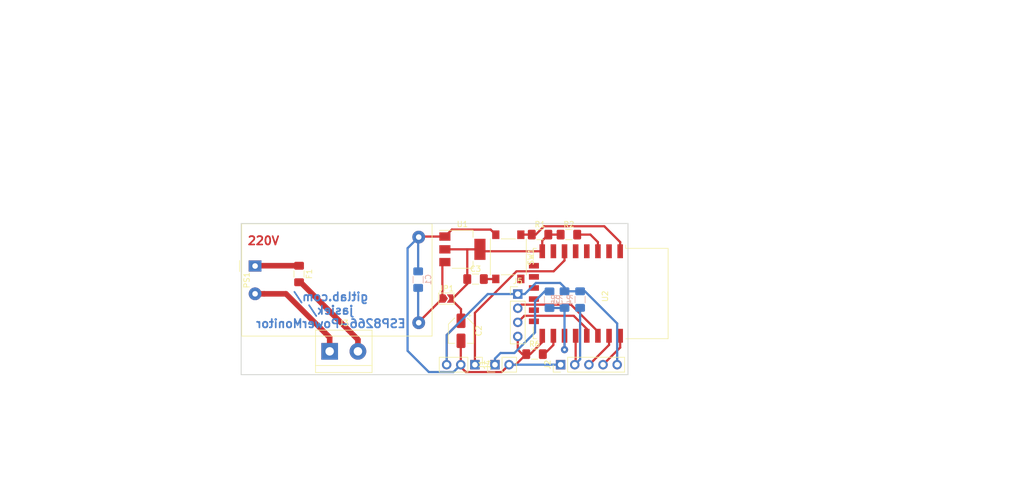
<source format=kicad_pcb>
(kicad_pcb (version 20171130) (host pcbnew "(5.1.5-0-10_14)")

  (general
    (thickness 1.6)
    (drawings 525)
    (tracks 126)
    (zones 0)
    (modules 20)
    (nets 18)
  )

  (page A4)
  (layers
    (0 F.Cu signal)
    (31 B.Cu signal)
    (32 B.Adhes user)
    (33 F.Adhes user)
    (34 B.Paste user)
    (35 F.Paste user)
    (36 B.SilkS user)
    (37 F.SilkS user)
    (38 B.Mask user)
    (39 F.Mask user)
    (40 Dwgs.User user)
    (41 Cmts.User user)
    (42 Eco1.User user)
    (43 Eco2.User user)
    (44 Edge.Cuts user)
    (45 Margin user)
    (46 B.CrtYd user)
    (47 F.CrtYd user)
    (48 B.Fab user)
    (49 F.Fab user)
  )

  (setup
    (last_trace_width 0.4)
    (trace_clearance 0.2)
    (zone_clearance 0.508)
    (zone_45_only no)
    (trace_min 0.2)
    (via_size 1.3)
    (via_drill 0.5)
    (via_min_size 0.4)
    (via_min_drill 0.3)
    (uvia_size 0.3)
    (uvia_drill 0.1)
    (uvias_allowed no)
    (uvia_min_size 0.2)
    (uvia_min_drill 0.1)
    (edge_width 0.15)
    (segment_width 0.2)
    (pcb_text_width 0.3)
    (pcb_text_size 1.5 1.5)
    (mod_edge_width 0.15)
    (mod_text_size 1 1)
    (mod_text_width 0.15)
    (pad_size 1.524 1.524)
    (pad_drill 0.762)
    (pad_to_mask_clearance 0.2)
    (aux_axis_origin 0 0)
    (visible_elements FEFFAEFF)
    (pcbplotparams
      (layerselection 0x3ffff_ffffffff)
      (usegerberextensions false)
      (usegerberattributes false)
      (usegerberadvancedattributes false)
      (creategerberjobfile false)
      (excludeedgelayer true)
      (linewidth 1.000000)
      (plotframeref false)
      (viasonmask false)
      (mode 1)
      (useauxorigin false)
      (hpglpennumber 1)
      (hpglpenspeed 20)
      (hpglpendiameter 15.000000)
      (psnegative false)
      (psa4output false)
      (plotreference true)
      (plotvalue false)
      (plotinvisibletext false)
      (padsonsilk false)
      (subtractmaskfromsilk false)
      (outputformat 1)
      (mirror false)
      (drillshape 0)
      (scaleselection 1)
      (outputdirectory "gerbers"))
  )

  (net 0 "")
  (net 1 GND)
  (net 2 "Net-(C1-Pad1)")
  (net 3 +3.3V)
  (net 4 "Net-(F1-Pad1)")
  (net 5 AC-L)
  (net 6 PULSE)
  (net 7 _PROG)
  (net 8 RXD)
  (net 9 TXD)
  (net 10 AC-N)
  (net 11 "Net-(R1-Pad1)")
  (net 12 "Net-(R2-Pad2)")
  (net 13 "Net-(R3-Pad1)")
  (net 14 "Net-(R6-Pad2)")
  (net 15 DS18B20_DQ)
  (net 16 SCL)
  (net 17 SDA)

  (net_class Default "This is the default net class."
    (clearance 0.2)
    (trace_width 0.4)
    (via_dia 1.3)
    (via_drill 0.5)
    (uvia_dia 0.3)
    (uvia_drill 0.1)
    (add_net +3.3V)
    (add_net DS18B20_DQ)
    (add_net GND)
    (add_net "Net-(C1-Pad1)")
    (add_net "Net-(R1-Pad1)")
    (add_net "Net-(R2-Pad2)")
    (add_net "Net-(R3-Pad1)")
    (add_net "Net-(R6-Pad2)")
    (add_net PULSE)
    (add_net RXD)
    (add_net SCL)
    (add_net SDA)
    (add_net TXD)
    (add_net _PROG)
  )

  (net_class AC ""
    (clearance 1)
    (trace_width 1)
    (via_dia 1.3)
    (via_drill 0.5)
    (uvia_dia 0.3)
    (uvia_drill 0.1)
    (add_net AC-L)
    (add_net AC-N)
    (add_net "Net-(F1-Pad1)")
  )

  (net_class "Copper Outline" ""
    (clearance 0.2)
    (trace_width 0.2)
    (via_dia 0.6)
    (via_drill 0.4)
    (uvia_dia 0.3)
    (uvia_drill 0.1)
  )

  (net_class Outline ""
    (clearance 0.2)
    (trace_width 0.2)
    (via_dia 0.6)
    (via_drill 0.4)
    (uvia_dia 0.3)
    (uvia_drill 0.1)
  )

  (module RF_Module:ESP-12E (layer F.Cu) (tedit 5A030172) (tstamp 5EA299A7)
    (at 172.2 103.4 270)
    (descr "Wi-Fi Module, http://wiki.ai-thinker.com/_media/esp8266/docs/aithinker_esp_12f_datasheet_en.pdf")
    (tags "Wi-Fi Module")
    (path /5E9EB5E9)
    (attr smd)
    (fp_text reference U2 (at 0.5 -0.8 90) (layer F.SilkS)
      (effects (font (size 1 1) (thickness 0.15)))
    )
    (fp_text value ESP-12F (at -0.06 -12.78 90) (layer F.Fab)
      (effects (font (size 1 1) (thickness 0.15)))
    )
    (fp_text user Antenna (at -0.06 -7 270) (layer Cmts.User)
      (effects (font (size 1 1) (thickness 0.15)))
    )
    (fp_text user "KEEP-OUT ZONE" (at 0.03 -9.55 270) (layer Cmts.User)
      (effects (font (size 1 1) (thickness 0.15)))
    )
    (fp_text user %R (at 0.49 -0.8 90) (layer F.Fab)
      (effects (font (size 1 1) (thickness 0.15)))
    )
    (fp_line (start -8 -12) (end 8 -12) (layer F.Fab) (width 0.12))
    (fp_line (start 8 -12) (end 8 12) (layer F.Fab) (width 0.12))
    (fp_line (start 8 12) (end -8 12) (layer F.Fab) (width 0.12))
    (fp_line (start -8 12) (end -8 -3) (layer F.Fab) (width 0.12))
    (fp_line (start -8 -3) (end -7.5 -3.5) (layer F.Fab) (width 0.12))
    (fp_line (start -7.5 -3.5) (end -8 -4) (layer F.Fab) (width 0.12))
    (fp_line (start -8 -4) (end -8 -12) (layer F.Fab) (width 0.12))
    (fp_line (start -9.05 -12.2) (end 9.05 -12.2) (layer F.CrtYd) (width 0.05))
    (fp_line (start 9.05 -12.2) (end 9.05 13.1) (layer F.CrtYd) (width 0.05))
    (fp_line (start 9.05 13.1) (end -9.05 13.1) (layer F.CrtYd) (width 0.05))
    (fp_line (start -9.05 13.1) (end -9.05 -12.2) (layer F.CrtYd) (width 0.05))
    (fp_line (start -8.12 -12.12) (end 8.12 -12.12) (layer F.SilkS) (width 0.12))
    (fp_line (start 8.12 -12.12) (end 8.12 -4.5) (layer F.SilkS) (width 0.12))
    (fp_line (start 8.12 11.5) (end 8.12 12.12) (layer F.SilkS) (width 0.12))
    (fp_line (start 8.12 12.12) (end 6 12.12) (layer F.SilkS) (width 0.12))
    (fp_line (start -6 12.12) (end -8.12 12.12) (layer F.SilkS) (width 0.12))
    (fp_line (start -8.12 12.12) (end -8.12 11.5) (layer F.SilkS) (width 0.12))
    (fp_line (start -8.12 -4.5) (end -8.12 -12.12) (layer F.SilkS) (width 0.12))
    (fp_line (start -8.12 -4.5) (end -8.73 -4.5) (layer F.SilkS) (width 0.12))
    (fp_line (start -8.12 -12.12) (end 8.12 -12.12) (layer Dwgs.User) (width 0.12))
    (fp_line (start 8.12 -12.12) (end 8.12 -4.8) (layer Dwgs.User) (width 0.12))
    (fp_line (start 8.12 -4.8) (end -8.12 -4.8) (layer Dwgs.User) (width 0.12))
    (fp_line (start -8.12 -4.8) (end -8.12 -12.12) (layer Dwgs.User) (width 0.12))
    (fp_line (start -8.12 -9.12) (end -5.12 -12.12) (layer Dwgs.User) (width 0.12))
    (fp_line (start -8.12 -6.12) (end -2.12 -12.12) (layer Dwgs.User) (width 0.12))
    (fp_line (start -6.44 -4.8) (end 0.88 -12.12) (layer Dwgs.User) (width 0.12))
    (fp_line (start -3.44 -4.8) (end 3.88 -12.12) (layer Dwgs.User) (width 0.12))
    (fp_line (start -0.44 -4.8) (end 6.88 -12.12) (layer Dwgs.User) (width 0.12))
    (fp_line (start 2.56 -4.8) (end 8.12 -10.36) (layer Dwgs.User) (width 0.12))
    (fp_line (start 5.56 -4.8) (end 8.12 -7.36) (layer Dwgs.User) (width 0.12))
    (pad 1 smd rect (at -7.6 -3.5 270) (size 2.5 1) (layers F.Cu F.Paste F.Mask)
      (net 11 "Net-(R1-Pad1)"))
    (pad 2 smd rect (at -7.6 -1.5 270) (size 2.5 1) (layers F.Cu F.Paste F.Mask))
    (pad 3 smd rect (at -7.6 0.5 270) (size 2.5 1) (layers F.Cu F.Paste F.Mask)
      (net 12 "Net-(R2-Pad2)"))
    (pad 4 smd rect (at -7.6 2.5 270) (size 2.5 1) (layers F.Cu F.Paste F.Mask))
    (pad 5 smd rect (at -7.6 4.5 270) (size 2.5 1) (layers F.Cu F.Paste F.Mask))
    (pad 6 smd rect (at -7.6 6.5 270) (size 2.5 1) (layers F.Cu F.Paste F.Mask)
      (net 15 DS18B20_DQ))
    (pad 7 smd rect (at -7.6 8.5 270) (size 2.5 1) (layers F.Cu F.Paste F.Mask))
    (pad 8 smd rect (at -7.6 10.5 270) (size 2.5 1) (layers F.Cu F.Paste F.Mask)
      (net 3 +3.3V))
    (pad 9 smd rect (at -5 12 270) (size 1 1.8) (layers F.Cu F.Paste F.Mask))
    (pad 10 smd rect (at -3 12 270) (size 1 1.8) (layers F.Cu F.Paste F.Mask))
    (pad 11 smd rect (at -1 12 270) (size 1 1.8) (layers F.Cu F.Paste F.Mask))
    (pad 12 smd rect (at 1 12 270) (size 1 1.8) (layers F.Cu F.Paste F.Mask))
    (pad 13 smd rect (at 3 12 270) (size 1 1.8) (layers F.Cu F.Paste F.Mask))
    (pad 14 smd rect (at 5 12 270) (size 1 1.8) (layers F.Cu F.Paste F.Mask))
    (pad 15 smd rect (at 7.6 10.5 270) (size 2.5 1) (layers F.Cu F.Paste F.Mask)
      (net 1 GND))
    (pad 16 smd rect (at 7.6 8.5 270) (size 2.5 1) (layers F.Cu F.Paste F.Mask)
      (net 14 "Net-(R6-Pad2)"))
    (pad 17 smd rect (at 7.6 6.5 270) (size 2.5 1) (layers F.Cu F.Paste F.Mask)
      (net 13 "Net-(R3-Pad1)"))
    (pad 18 smd rect (at 7.6 4.5 270) (size 2.5 1) (layers F.Cu F.Paste F.Mask)
      (net 7 _PROG))
    (pad 19 smd rect (at 7.6 2.5 270) (size 2.5 1) (layers F.Cu F.Paste F.Mask)
      (net 17 SDA))
    (pad 20 smd rect (at 7.6 0.5 270) (size 2.5 1) (layers F.Cu F.Paste F.Mask)
      (net 16 SCL))
    (pad 21 smd rect (at 7.6 -1.5 270) (size 2.5 1) (layers F.Cu F.Paste F.Mask)
      (net 8 RXD))
    (pad 22 smd rect (at 7.6 -3.5 270) (size 2.5 1) (layers F.Cu F.Paste F.Mask)
      (net 9 TXD))
    (model ${KISYS3DMOD}/RF_Module.3dshapes/ESP-12E.wrl
      (at (xyz 0 0 0))
      (scale (xyz 1 1 1))
      (rotate (xyz 0 0 0))
    )
  )

  (module Resistor_SMD:R_1206_3216Metric_Pad1.42x1.75mm_HandSolder (layer B.Cu) (tedit 5B301BBD) (tstamp 5EA2A7F0)
    (at 168.5 104.4875 270)
    (descr "Resistor SMD 1206 (3216 Metric), square (rectangular) end terminal, IPC_7351 nominal with elongated pad for handsoldering. (Body size source: http://www.tortai-tech.com/upload/download/2011102023233369053.pdf), generated with kicad-footprint-generator")
    (tags "resistor handsolder")
    (path /5EA0DCAB)
    (attr smd)
    (fp_text reference R4 (at 0 1.82 270) (layer B.SilkS)
      (effects (font (size 1 1) (thickness 0.15)) (justify mirror))
    )
    (fp_text value 10k (at 0 -1.82 270) (layer B.Fab)
      (effects (font (size 1 1) (thickness 0.15)) (justify mirror))
    )
    (fp_line (start -1.6 -0.8) (end -1.6 0.8) (layer B.Fab) (width 0.1))
    (fp_line (start -1.6 0.8) (end 1.6 0.8) (layer B.Fab) (width 0.1))
    (fp_line (start 1.6 0.8) (end 1.6 -0.8) (layer B.Fab) (width 0.1))
    (fp_line (start 1.6 -0.8) (end -1.6 -0.8) (layer B.Fab) (width 0.1))
    (fp_line (start -0.602064 0.91) (end 0.602064 0.91) (layer B.SilkS) (width 0.12))
    (fp_line (start -0.602064 -0.91) (end 0.602064 -0.91) (layer B.SilkS) (width 0.12))
    (fp_line (start -2.45 -1.12) (end -2.45 1.12) (layer B.CrtYd) (width 0.05))
    (fp_line (start -2.45 1.12) (end 2.45 1.12) (layer B.CrtYd) (width 0.05))
    (fp_line (start 2.45 1.12) (end 2.45 -1.12) (layer B.CrtYd) (width 0.05))
    (fp_line (start 2.45 -1.12) (end -2.45 -1.12) (layer B.CrtYd) (width 0.05))
    (fp_text user %R (at 0 0 270) (layer B.Fab)
      (effects (font (size 0.8 0.8) (thickness 0.12)) (justify mirror))
    )
    (pad 1 smd roundrect (at -1.4875 0 270) (size 1.425 1.75) (layers B.Cu B.Paste B.Mask) (roundrect_rratio 0.175439)
      (net 3 +3.3V))
    (pad 2 smd roundrect (at 1.4875 0 270) (size 1.425 1.75) (layers B.Cu B.Paste B.Mask) (roundrect_rratio 0.175439)
      (net 7 _PROG))
    (model ${KISYS3DMOD}/Resistor_SMD.3dshapes/R_1206_3216Metric.wrl
      (at (xyz 0 0 0))
      (scale (xyz 1 1 1))
      (rotate (xyz 0 0 0))
    )
  )

  (module Connector_PinHeader_2.54mm:PinHeader_1x04_P2.54mm_Vertical (layer F.Cu) (tedit 59FED5CC) (tstamp 5EA6942F)
    (at 157.3 103.5)
    (descr "Through hole straight pin header, 1x04, 2.54mm pitch, single row")
    (tags "Through hole pin header THT 1x04 2.54mm single row")
    (path /5EAA8055)
    (fp_text reference J5 (at 0 -2.33) (layer F.SilkS)
      (effects (font (size 1 1) (thickness 0.15)))
    )
    (fp_text value CONN_I2C (at 0 9.95) (layer F.Fab)
      (effects (font (size 1 1) (thickness 0.15)))
    )
    (fp_text user %R (at 0 3.81 90) (layer F.Fab)
      (effects (font (size 1 1) (thickness 0.15)))
    )
    (fp_line (start 1.8 -1.8) (end -1.8 -1.8) (layer F.CrtYd) (width 0.05))
    (fp_line (start 1.8 9.4) (end 1.8 -1.8) (layer F.CrtYd) (width 0.05))
    (fp_line (start -1.8 9.4) (end 1.8 9.4) (layer F.CrtYd) (width 0.05))
    (fp_line (start -1.8 -1.8) (end -1.8 9.4) (layer F.CrtYd) (width 0.05))
    (fp_line (start -1.33 -1.33) (end 0 -1.33) (layer F.SilkS) (width 0.12))
    (fp_line (start -1.33 0) (end -1.33 -1.33) (layer F.SilkS) (width 0.12))
    (fp_line (start -1.33 1.27) (end 1.33 1.27) (layer F.SilkS) (width 0.12))
    (fp_line (start 1.33 1.27) (end 1.33 8.95) (layer F.SilkS) (width 0.12))
    (fp_line (start -1.33 1.27) (end -1.33 8.95) (layer F.SilkS) (width 0.12))
    (fp_line (start -1.33 8.95) (end 1.33 8.95) (layer F.SilkS) (width 0.12))
    (fp_line (start -1.27 -0.635) (end -0.635 -1.27) (layer F.Fab) (width 0.1))
    (fp_line (start -1.27 8.89) (end -1.27 -0.635) (layer F.Fab) (width 0.1))
    (fp_line (start 1.27 8.89) (end -1.27 8.89) (layer F.Fab) (width 0.1))
    (fp_line (start 1.27 -1.27) (end 1.27 8.89) (layer F.Fab) (width 0.1))
    (fp_line (start -0.635 -1.27) (end 1.27 -1.27) (layer F.Fab) (width 0.1))
    (pad 4 thru_hole oval (at 0 7.62) (size 1.7 1.7) (drill 1) (layers *.Cu *.Mask)
      (net 1 GND))
    (pad 3 thru_hole oval (at 0 5.08) (size 1.7 1.7) (drill 1) (layers *.Cu *.Mask)
      (net 17 SDA))
    (pad 2 thru_hole oval (at 0 2.54) (size 1.7 1.7) (drill 1) (layers *.Cu *.Mask)
      (net 16 SCL))
    (pad 1 thru_hole rect (at 0 0) (size 1.7 1.7) (drill 1) (layers *.Cu *.Mask)
      (net 3 +3.3V))
    (model ${KISYS3DMOD}/Connector_PinHeader_2.54mm.3dshapes/PinHeader_1x04_P2.54mm_Vertical.wrl
      (at (xyz 0 0 0))
      (scale (xyz 1 1 1))
      (rotate (xyz 0 0 0))
    )
  )

  (module Capacitor_SMD:C_1206_3216Metric_Pad1.42x1.75mm_HandSolder (layer B.Cu) (tedit 5B301BBE) (tstamp 5EA2AAB7)
    (at 139.4 100.9 90)
    (descr "Capacitor SMD 1206 (3216 Metric), square (rectangular) end terminal, IPC_7351 nominal with elongated pad for handsoldering. (Body size source: http://www.tortai-tech.com/upload/download/2011102023233369053.pdf), generated with kicad-footprint-generator")
    (tags "capacitor handsolder")
    (path /5E9FE989)
    (attr smd)
    (fp_text reference C1 (at 0 1.82 270) (layer B.SilkS)
      (effects (font (size 1 1) (thickness 0.15)) (justify mirror))
    )
    (fp_text value 0.1uF (at 0 -1.82 270) (layer B.Fab)
      (effects (font (size 1 1) (thickness 0.15)) (justify mirror))
    )
    (fp_line (start -1.6 -0.8) (end -1.6 0.8) (layer B.Fab) (width 0.1))
    (fp_line (start -1.6 0.8) (end 1.6 0.8) (layer B.Fab) (width 0.1))
    (fp_line (start 1.6 0.8) (end 1.6 -0.8) (layer B.Fab) (width 0.1))
    (fp_line (start 1.6 -0.8) (end -1.6 -0.8) (layer B.Fab) (width 0.1))
    (fp_line (start -0.602064 0.91) (end 0.602064 0.91) (layer B.SilkS) (width 0.12))
    (fp_line (start -0.602064 -0.91) (end 0.602064 -0.91) (layer B.SilkS) (width 0.12))
    (fp_line (start -2.45 -1.12) (end -2.45 1.12) (layer B.CrtYd) (width 0.05))
    (fp_line (start -2.45 1.12) (end 2.45 1.12) (layer B.CrtYd) (width 0.05))
    (fp_line (start 2.45 1.12) (end 2.45 -1.12) (layer B.CrtYd) (width 0.05))
    (fp_line (start 2.45 -1.12) (end -2.45 -1.12) (layer B.CrtYd) (width 0.05))
    (fp_text user %R (at 0.25 -3 270) (layer B.Fab)
      (effects (font (size 0.8 0.8) (thickness 0.12)) (justify mirror))
    )
    (pad 1 smd roundrect (at -1.4875 0 90) (size 1.425 1.75) (layers B.Cu B.Paste B.Mask) (roundrect_rratio 0.175439)
      (net 2 "Net-(C1-Pad1)"))
    (pad 2 smd roundrect (at 1.4875 0 90) (size 1.425 1.75) (layers B.Cu B.Paste B.Mask) (roundrect_rratio 0.175439)
      (net 1 GND))
    (model ${KISYS3DMOD}/Capacitor_SMD.3dshapes/C_1206_3216Metric.wrl
      (at (xyz 0 0 0))
      (scale (xyz 1 1 1))
      (rotate (xyz 0 0 0))
    )
  )

  (module Capacitor_SMD:CP_Elec_4x5.3 (layer F.Cu) (tedit 5BCA39CF) (tstamp 5EA2C3F7)
    (at 147.1 110.1 270)
    (descr "SMD capacitor, aluminum electrolytic, Vishay, 4.0x5.3mm")
    (tags "capacitor electrolytic")
    (path /5E9FF675)
    (attr smd)
    (fp_text reference C2 (at 0 -3.2 90) (layer F.SilkS)
      (effects (font (size 1 1) (thickness 0.15)))
    )
    (fp_text value 10uF (at 0 3.2 90) (layer F.Fab)
      (effects (font (size 1 1) (thickness 0.15)))
    )
    (fp_circle (center 0 0) (end 2 0) (layer F.Fab) (width 0.1))
    (fp_line (start 2.15 -2.15) (end 2.15 2.15) (layer F.Fab) (width 0.1))
    (fp_line (start -1.15 -2.15) (end 2.15 -2.15) (layer F.Fab) (width 0.1))
    (fp_line (start -1.15 2.15) (end 2.15 2.15) (layer F.Fab) (width 0.1))
    (fp_line (start -2.15 -1.15) (end -2.15 1.15) (layer F.Fab) (width 0.1))
    (fp_line (start -2.15 -1.15) (end -1.15 -2.15) (layer F.Fab) (width 0.1))
    (fp_line (start -2.15 1.15) (end -1.15 2.15) (layer F.Fab) (width 0.1))
    (fp_line (start -1.574773 -1) (end -1.174773 -1) (layer F.Fab) (width 0.1))
    (fp_line (start -1.374773 -1.2) (end -1.374773 -0.8) (layer F.Fab) (width 0.1))
    (fp_line (start 2.26 2.26) (end 2.26 1.06) (layer F.SilkS) (width 0.12))
    (fp_line (start 2.26 -2.26) (end 2.26 -1.06) (layer F.SilkS) (width 0.12))
    (fp_line (start -1.195563 -2.26) (end 2.26 -2.26) (layer F.SilkS) (width 0.12))
    (fp_line (start -1.195563 2.26) (end 2.26 2.26) (layer F.SilkS) (width 0.12))
    (fp_line (start -2.26 1.195563) (end -2.26 1.06) (layer F.SilkS) (width 0.12))
    (fp_line (start -2.26 -1.195563) (end -2.26 -1.06) (layer F.SilkS) (width 0.12))
    (fp_line (start -2.26 -1.195563) (end -1.195563 -2.26) (layer F.SilkS) (width 0.12))
    (fp_line (start -2.26 1.195563) (end -1.195563 2.26) (layer F.SilkS) (width 0.12))
    (fp_line (start -3 -1.56) (end -2.5 -1.56) (layer F.SilkS) (width 0.12))
    (fp_line (start -2.75 -1.81) (end -2.75 -1.31) (layer F.SilkS) (width 0.12))
    (fp_line (start 2.4 -2.4) (end 2.4 -1.05) (layer F.CrtYd) (width 0.05))
    (fp_line (start 2.4 -1.05) (end 3.35 -1.05) (layer F.CrtYd) (width 0.05))
    (fp_line (start 3.35 -1.05) (end 3.35 1.05) (layer F.CrtYd) (width 0.05))
    (fp_line (start 3.35 1.05) (end 2.4 1.05) (layer F.CrtYd) (width 0.05))
    (fp_line (start 2.4 1.05) (end 2.4 2.4) (layer F.CrtYd) (width 0.05))
    (fp_line (start -1.25 2.4) (end 2.4 2.4) (layer F.CrtYd) (width 0.05))
    (fp_line (start -1.25 -2.4) (end 2.4 -2.4) (layer F.CrtYd) (width 0.05))
    (fp_line (start -2.4 1.25) (end -1.25 2.4) (layer F.CrtYd) (width 0.05))
    (fp_line (start -2.4 -1.25) (end -1.25 -2.4) (layer F.CrtYd) (width 0.05))
    (fp_line (start -2.4 -1.25) (end -2.4 -1.05) (layer F.CrtYd) (width 0.05))
    (fp_line (start -2.4 1.05) (end -2.4 1.25) (layer F.CrtYd) (width 0.05))
    (fp_line (start -2.4 -1.05) (end -3.35 -1.05) (layer F.CrtYd) (width 0.05))
    (fp_line (start -3.35 -1.05) (end -3.35 1.05) (layer F.CrtYd) (width 0.05))
    (fp_line (start -3.35 1.05) (end -2.4 1.05) (layer F.CrtYd) (width 0.05))
    (fp_text user %R (at 0 0 90) (layer F.Fab)
      (effects (font (size 0.8 0.8) (thickness 0.12)))
    )
    (pad 1 smd roundrect (at -1.8 0 270) (size 2.6 1.6) (layers F.Cu F.Paste F.Mask) (roundrect_rratio 0.15625)
      (net 3 +3.3V))
    (pad 2 smd roundrect (at 1.8 0 270) (size 2.6 1.6) (layers F.Cu F.Paste F.Mask) (roundrect_rratio 0.15625)
      (net 1 GND))
    (model ${KISYS3DMOD}/Capacitor_SMD.3dshapes/CP_Elec_4x5.3.wrl
      (at (xyz 0 0 0))
      (scale (xyz 1 1 1))
      (rotate (xyz 0 0 0))
    )
  )

  (module Capacitor_SMD:C_1206_3216Metric_Pad1.42x1.75mm_HandSolder (layer F.Cu) (tedit 5B301BBE) (tstamp 5EA2AA12)
    (at 149.7125 100.8)
    (descr "Capacitor SMD 1206 (3216 Metric), square (rectangular) end terminal, IPC_7351 nominal with elongated pad for handsoldering. (Body size source: http://www.tortai-tech.com/upload/download/2011102023233369053.pdf), generated with kicad-footprint-generator")
    (tags "capacitor handsolder")
    (path /5EA34A36)
    (attr smd)
    (fp_text reference C3 (at 0 -1.82) (layer F.SilkS)
      (effects (font (size 1 1) (thickness 0.15)))
    )
    (fp_text value 100nF (at 0 1.82) (layer F.Fab)
      (effects (font (size 1 1) (thickness 0.15)))
    )
    (fp_text user %R (at 0 0.004999) (layer B.Fab)
      (effects (font (size 0.8 0.8) (thickness 0.12)) (justify mirror))
    )
    (fp_line (start 2.45 1.12) (end -2.45 1.12) (layer F.CrtYd) (width 0.05))
    (fp_line (start 2.45 -1.12) (end 2.45 1.12) (layer F.CrtYd) (width 0.05))
    (fp_line (start -2.45 -1.12) (end 2.45 -1.12) (layer F.CrtYd) (width 0.05))
    (fp_line (start -2.45 1.12) (end -2.45 -1.12) (layer F.CrtYd) (width 0.05))
    (fp_line (start -0.602064 0.91) (end 0.602064 0.91) (layer F.SilkS) (width 0.12))
    (fp_line (start -0.602064 -0.91) (end 0.602064 -0.91) (layer F.SilkS) (width 0.12))
    (fp_line (start 1.6 0.8) (end -1.6 0.8) (layer F.Fab) (width 0.1))
    (fp_line (start 1.6 -0.8) (end 1.6 0.8) (layer F.Fab) (width 0.1))
    (fp_line (start -1.6 -0.8) (end 1.6 -0.8) (layer F.Fab) (width 0.1))
    (fp_line (start -1.6 0.8) (end -1.6 -0.8) (layer F.Fab) (width 0.1))
    (pad 2 smd roundrect (at 1.4875 0) (size 1.425 1.75) (layers F.Cu F.Paste F.Mask) (roundrect_rratio 0.175439)
      (net 1 GND))
    (pad 1 smd roundrect (at -1.4875 0) (size 1.425 1.75) (layers F.Cu F.Paste F.Mask) (roundrect_rratio 0.175439)
      (net 3 +3.3V))
    (model ${KISYS3DMOD}/Capacitor_SMD.3dshapes/C_1206_3216Metric.wrl
      (at (xyz 0 0 0))
      (scale (xyz 1 1 1))
      (rotate (xyz 0 0 0))
    )
  )

  (module Fuse:Fuse_1206_3216Metric_Pad1.42x1.75mm_HandSolder (layer F.Cu) (tedit 5B301BBE) (tstamp 5EA2A9E2)
    (at 118 99.8875 270)
    (descr "Fuse SMD 1206 (3216 Metric), square (rectangular) end terminal, IPC_7351 nominal with elongated pad for handsoldering. (Body size source: http://www.tortai-tech.com/upload/download/2011102023233369053.pdf), generated with kicad-footprint-generator")
    (tags "resistor handsolder")
    (path /5EA6BA40)
    (attr smd)
    (fp_text reference F1 (at 0 -1.82 90) (layer F.SilkS)
      (effects (font (size 1 1) (thickness 0.15)))
    )
    (fp_text value 100mA (at 0 1.82 90) (layer F.Fab)
      (effects (font (size 1 1) (thickness 0.15)))
    )
    (fp_line (start -1.6 0.8) (end -1.6 -0.8) (layer F.Fab) (width 0.1))
    (fp_line (start -1.6 -0.8) (end 1.6 -0.8) (layer F.Fab) (width 0.1))
    (fp_line (start 1.6 -0.8) (end 1.6 0.8) (layer F.Fab) (width 0.1))
    (fp_line (start 1.6 0.8) (end -1.6 0.8) (layer F.Fab) (width 0.1))
    (fp_line (start -0.602064 -0.91) (end 0.602064 -0.91) (layer F.SilkS) (width 0.12))
    (fp_line (start -0.602064 0.91) (end 0.602064 0.91) (layer F.SilkS) (width 0.12))
    (fp_line (start -2.45 1.12) (end -2.45 -1.12) (layer F.CrtYd) (width 0.05))
    (fp_line (start -2.45 -1.12) (end 2.45 -1.12) (layer F.CrtYd) (width 0.05))
    (fp_line (start 2.45 -1.12) (end 2.45 1.12) (layer F.CrtYd) (width 0.05))
    (fp_line (start 2.45 1.12) (end -2.45 1.12) (layer F.CrtYd) (width 0.05))
    (fp_text user %R (at 0 0 90) (layer F.Fab)
      (effects (font (size 0.8 0.8) (thickness 0.12)))
    )
    (pad 1 smd roundrect (at -1.4875 0 270) (size 1.425 1.75) (layers F.Cu F.Paste F.Mask) (roundrect_rratio 0.175439)
      (net 4 "Net-(F1-Pad1)"))
    (pad 2 smd roundrect (at 1.4875 0 270) (size 1.425 1.75) (layers F.Cu F.Paste F.Mask) (roundrect_rratio 0.175439)
      (net 5 AC-L))
    (model ${KISYS3DMOD}/Fuse.3dshapes/Fuse_1206_3216Metric.wrl
      (at (xyz 0 0 0))
      (scale (xyz 1 1 1))
      (rotate (xyz 0 0 0))
    )
  )

  (module Connector_PinHeader_2.54mm:PinHeader_1x02_P2.54mm_Vertical (layer F.Cu) (tedit 59FED5CC) (tstamp 5EA300C6)
    (at 153.2 116.2 90)
    (descr "Through hole straight pin header, 1x02, 2.54mm pitch, single row")
    (tags "Through hole pin header THT 1x02 2.54mm single row")
    (path /5EA43248)
    (fp_text reference J1 (at 0 -2.33 90) (layer F.SilkS)
      (effects (font (size 1 1) (thickness 0.15)))
    )
    (fp_text value CONN_PULSE (at 2.5 3.1 180) (layer F.Fab)
      (effects (font (size 1 1) (thickness 0.15)))
    )
    (fp_line (start -0.635 -1.27) (end 1.27 -1.27) (layer F.Fab) (width 0.1))
    (fp_line (start 1.27 -1.27) (end 1.27 3.81) (layer F.Fab) (width 0.1))
    (fp_line (start 1.27 3.81) (end -1.27 3.81) (layer F.Fab) (width 0.1))
    (fp_line (start -1.27 3.81) (end -1.27 -0.635) (layer F.Fab) (width 0.1))
    (fp_line (start -1.27 -0.635) (end -0.635 -1.27) (layer F.Fab) (width 0.1))
    (fp_line (start -1.33 3.87) (end 1.33 3.87) (layer F.SilkS) (width 0.12))
    (fp_line (start -1.33 1.27) (end -1.33 3.87) (layer F.SilkS) (width 0.12))
    (fp_line (start 1.33 1.27) (end 1.33 3.87) (layer F.SilkS) (width 0.12))
    (fp_line (start -1.33 1.27) (end 1.33 1.27) (layer F.SilkS) (width 0.12))
    (fp_line (start -1.33 0) (end -1.33 -1.33) (layer F.SilkS) (width 0.12))
    (fp_line (start -1.33 -1.33) (end 0 -1.33) (layer F.SilkS) (width 0.12))
    (fp_line (start -1.8 -1.8) (end -1.8 4.35) (layer F.CrtYd) (width 0.05))
    (fp_line (start -1.8 4.35) (end 1.8 4.35) (layer F.CrtYd) (width 0.05))
    (fp_line (start 1.8 4.35) (end 1.8 -1.8) (layer F.CrtYd) (width 0.05))
    (fp_line (start 1.8 -1.8) (end -1.8 -1.8) (layer F.CrtYd) (width 0.05))
    (fp_text user %R (at 0 1.27 270) (layer F.Fab)
      (effects (font (size 1 1) (thickness 0.15)))
    )
    (pad 1 thru_hole rect (at 0 0 90) (size 1.7 1.7) (drill 1) (layers *.Cu *.Mask)
      (net 6 PULSE))
    (pad 2 thru_hole oval (at 0 2.54 90) (size 1.7 1.7) (drill 1) (layers *.Cu *.Mask)
      (net 1 GND))
    (model ${KISYS3DMOD}/Connector_PinHeader_2.54mm.3dshapes/PinHeader_1x02_P2.54mm_Vertical.wrl
      (at (xyz 0 0 0))
      (scale (xyz 1 1 1))
      (rotate (xyz 0 0 0))
    )
  )

  (module Connector_PinHeader_2.54mm:PinHeader_1x05_P2.54mm_Vertical (layer F.Cu) (tedit 59FED5CC) (tstamp 5EA2A963)
    (at 165 116.2 90)
    (descr "Through hole straight pin header, 1x05, 2.54mm pitch, single row")
    (tags "Through hole pin header THT 1x05 2.54mm single row")
    (path /5EA4449E)
    (fp_text reference J2 (at 0 -2.33 90) (layer F.SilkS)
      (effects (font (size 1 1) (thickness 0.15)))
    )
    (fp_text value CONN_PROG (at 2.1 6.8 180) (layer F.Fab)
      (effects (font (size 1 1) (thickness 0.15)))
    )
    (fp_line (start -0.635 -1.27) (end 1.27 -1.27) (layer F.Fab) (width 0.1))
    (fp_line (start 1.27 -1.27) (end 1.27 11.43) (layer F.Fab) (width 0.1))
    (fp_line (start 1.27 11.43) (end -1.27 11.43) (layer F.Fab) (width 0.1))
    (fp_line (start -1.27 11.43) (end -1.27 -0.635) (layer F.Fab) (width 0.1))
    (fp_line (start -1.27 -0.635) (end -0.635 -1.27) (layer F.Fab) (width 0.1))
    (fp_line (start -1.33 11.49) (end 1.33 11.49) (layer F.SilkS) (width 0.12))
    (fp_line (start -1.33 1.27) (end -1.33 11.49) (layer F.SilkS) (width 0.12))
    (fp_line (start 1.33 1.27) (end 1.33 11.49) (layer F.SilkS) (width 0.12))
    (fp_line (start -1.33 1.27) (end 1.33 1.27) (layer F.SilkS) (width 0.12))
    (fp_line (start -1.33 0) (end -1.33 -1.33) (layer F.SilkS) (width 0.12))
    (fp_line (start -1.33 -1.33) (end 0 -1.33) (layer F.SilkS) (width 0.12))
    (fp_line (start -1.8 -1.8) (end -1.8 11.95) (layer F.CrtYd) (width 0.05))
    (fp_line (start -1.8 11.95) (end 1.8 11.95) (layer F.CrtYd) (width 0.05))
    (fp_line (start 1.8 11.95) (end 1.8 -1.8) (layer F.CrtYd) (width 0.05))
    (fp_line (start 1.8 -1.8) (end -1.8 -1.8) (layer F.CrtYd) (width 0.05))
    (fp_text user %R (at 0 5.08) (layer F.Fab)
      (effects (font (size 1 1) (thickness 0.15)))
    )
    (pad 1 thru_hole rect (at 0 0 90) (size 1.7 1.7) (drill 1) (layers *.Cu *.Mask)
      (net 1 GND))
    (pad 2 thru_hole oval (at 0 2.54 90) (size 1.7 1.7) (drill 1) (layers *.Cu *.Mask)
      (net 7 _PROG))
    (pad 3 thru_hole oval (at 0 5.08 90) (size 1.7 1.7) (drill 1) (layers *.Cu *.Mask)
      (net 8 RXD))
    (pad 4 thru_hole oval (at 0 7.62 90) (size 1.7 1.7) (drill 1) (layers *.Cu *.Mask)
      (net 9 TXD))
    (pad 5 thru_hole oval (at 0 10.16 90) (size 1.7 1.7) (drill 1) (layers *.Cu *.Mask)
      (net 3 +3.3V))
    (model ${KISYS3DMOD}/Connector_PinHeader_2.54mm.3dshapes/PinHeader_1x05_P2.54mm_Vertical.wrl
      (at (xyz 0 0 0))
      (scale (xyz 1 1 1))
      (rotate (xyz 0 0 0))
    )
  )

  (module TerminalBlock:TerminalBlock_bornier-2_P5.08mm (layer F.Cu) (tedit 59FF03AB) (tstamp 5EA2A923)
    (at 123.5 113.8)
    (descr "simple 2-pin terminal block, pitch 5.08mm, revamped version of bornier2")
    (tags "terminal block bornier2")
    (path /5EA79AB2)
    (fp_text reference J3 (at 2.54 -5.08) (layer F.SilkS)
      (effects (font (size 1 1) (thickness 0.15)))
    )
    (fp_text value CONN_AC (at 2.4 3) (layer F.Fab)
      (effects (font (size 1 1) (thickness 0.15)))
    )
    (fp_text user %R (at 2.54 0 -90) (layer F.Fab)
      (effects (font (size 1 1) (thickness 0.15)))
    )
    (fp_line (start -2.41 2.55) (end 7.49 2.55) (layer F.Fab) (width 0.1))
    (fp_line (start -2.46 -3.75) (end -2.46 3.75) (layer F.Fab) (width 0.1))
    (fp_line (start -2.46 3.75) (end 7.54 3.75) (layer F.Fab) (width 0.1))
    (fp_line (start 7.54 3.75) (end 7.54 -3.75) (layer F.Fab) (width 0.1))
    (fp_line (start 7.54 -3.75) (end -2.46 -3.75) (layer F.Fab) (width 0.1))
    (fp_line (start 7.62 2.54) (end -2.54 2.54) (layer F.SilkS) (width 0.12))
    (fp_line (start 7.62 3.81) (end 7.62 -3.81) (layer F.SilkS) (width 0.12))
    (fp_line (start 7.62 -3.81) (end -2.54 -3.81) (layer F.SilkS) (width 0.12))
    (fp_line (start -2.54 -3.81) (end -2.54 3.81) (layer F.SilkS) (width 0.12))
    (fp_line (start -2.54 3.81) (end 7.62 3.81) (layer F.SilkS) (width 0.12))
    (fp_line (start -2.71 -4) (end 7.79 -4) (layer F.CrtYd) (width 0.05))
    (fp_line (start -2.71 -4) (end -2.71 4) (layer F.CrtYd) (width 0.05))
    (fp_line (start 7.79 4) (end 7.79 -4) (layer F.CrtYd) (width 0.05))
    (fp_line (start 7.79 4) (end -2.71 4) (layer F.CrtYd) (width 0.05))
    (pad 1 thru_hole rect (at 0 0) (size 3 3) (drill 1.52) (layers *.Cu *.Mask)
      (net 10 AC-N))
    (pad 2 thru_hole circle (at 5.08 0) (size 3 3) (drill 1.52) (layers *.Cu *.Mask)
      (net 5 AC-L))
    (model ${KISYS3DMOD}/TerminalBlock.3dshapes/TerminalBlock_bornier-2_P5.08mm.wrl
      (offset (xyz 2.539999961853027 0 0))
      (scale (xyz 1 1 1))
      (rotate (xyz 0 0 0))
    )
  )

  (module Jumper:SolderJumper-2_P1.3mm_Open_TrianglePad1.0x1.5mm (layer F.Cu) (tedit 5A64794F) (tstamp 5EA2A8F5)
    (at 144.475 104.3)
    (descr "SMD Solder Jumper, 1x1.5mm Triangular Pads, 0.3mm gap, open")
    (tags "solder jumper open")
    (path /5E9FB45C)
    (attr virtual)
    (fp_text reference JP1 (at 0 -1.8) (layer F.SilkS)
      (effects (font (size 1 1) (thickness 0.15)))
    )
    (fp_text value "3.3V BYPASS" (at 0 1.9) (layer F.Fab)
      (effects (font (size 1 1) (thickness 0.15)))
    )
    (fp_line (start -1.4 1) (end -1.4 -1) (layer F.SilkS) (width 0.12))
    (fp_line (start 1.4 1) (end -1.4 1) (layer F.SilkS) (width 0.12))
    (fp_line (start 1.4 -1) (end 1.4 1) (layer F.SilkS) (width 0.12))
    (fp_line (start -1.4 -1) (end 1.4 -1) (layer F.SilkS) (width 0.12))
    (fp_line (start -1.65 -1.25) (end 1.65 -1.25) (layer F.CrtYd) (width 0.05))
    (fp_line (start -1.65 -1.25) (end -1.65 1.25) (layer F.CrtYd) (width 0.05))
    (fp_line (start 1.65 1.25) (end 1.65 -1.25) (layer F.CrtYd) (width 0.05))
    (fp_line (start 1.65 1.25) (end -1.65 1.25) (layer F.CrtYd) (width 0.05))
    (pad 2 smd custom (at 0.725 0) (size 0.3 0.3) (layers F.Cu F.Mask)
      (net 3 +3.3V) (zone_connect 2)
      (options (clearance outline) (anchor rect))
      (primitives
        (gr_poly (pts
           (xy -0.65 -0.75) (xy 0.5 -0.75) (xy 0.5 0.75) (xy -0.65 0.75) (xy -0.15 0)
) (width 0))
      ))
    (pad 1 smd custom (at -0.725 0) (size 0.3 0.3) (layers F.Cu F.Mask)
      (net 2 "Net-(C1-Pad1)") (zone_connect 2)
      (options (clearance outline) (anchor rect))
      (primitives
        (gr_poly (pts
           (xy -0.5 -0.75) (xy 0.5 -0.75) (xy 1 0) (xy 0.5 0.75) (xy -0.5 0.75)
) (width 0))
      ))
  )

  (module Converter_ACDC:Converter_ACDC_HiLink_HLK-PMxx (layer F.Cu) (tedit 5C1AC1CD) (tstamp 5EA2A8B8)
    (at 110.1 98.45)
    (descr "ACDC-Converter, 3W, HiLink, HLK-PMxx, THT, http://www.hlktech.net/product_detail.php?ProId=54")
    (tags "ACDC-Converter 3W THT HiLink board mount module")
    (path /5EA0B50B)
    (fp_text reference PS1 (at -1.5 2.55 90) (layer F.SilkS)
      (effects (font (size 1 1) (thickness 0.15)))
    )
    (fp_text value HLK-PM03 (at 15.79 13.85) (layer F.Fab)
      (effects (font (size 1 1) (thickness 0.15)))
    )
    (fp_line (start -2.3 12.5) (end 31.7 12.5) (layer F.Fab) (width 0.1))
    (fp_line (start 31.7 12.5) (end 31.7 -7.5) (layer F.Fab) (width 0.1))
    (fp_line (start -2.3 12.5) (end -2.3 0.99) (layer F.Fab) (width 0.1))
    (fp_line (start -2.3 -7.5) (end 31.7 -7.5) (layer F.Fab) (width 0.1))
    (fp_text user %R (at 14.68 1.17) (layer F.Fab)
      (effects (font (size 1 1) (thickness 0.15)))
    )
    (fp_line (start -1.29 0) (end -2.29 1) (layer F.Fab) (width 0.1))
    (fp_line (start -2.29 -1) (end -1.29 0) (layer F.Fab) (width 0.1))
    (fp_line (start -2.3 -1) (end -2.3 -7.5) (layer F.Fab) (width 0.1))
    (fp_line (start -2.55 12.75) (end 31.95 12.75) (layer F.CrtYd) (width 0.05))
    (fp_line (start 31.95 12.75) (end 31.95 -7.75) (layer F.CrtYd) (width 0.05))
    (fp_line (start 31.95 -7.75) (end -2.55 -7.75) (layer F.CrtYd) (width 0.05))
    (fp_line (start -2.55 -7.75) (end -2.55 12.75) (layer F.CrtYd) (width 0.05))
    (fp_line (start -2.4 -7.6) (end -2.4 12.6) (layer F.SilkS) (width 0.12))
    (fp_line (start -2.4 12.6) (end 31.8 12.6) (layer F.SilkS) (width 0.12))
    (fp_line (start 31.8 12.6) (end 31.8 -7.6) (layer F.SilkS) (width 0.12))
    (fp_line (start 31.8 -7.6) (end -2.4 -7.6) (layer F.SilkS) (width 0.12))
    (fp_line (start -2.79 -1) (end -2.79 1.01) (layer F.SilkS) (width 0.12))
    (pad 3 thru_hole circle (at 29.4 -5.2) (size 2.3 2.3) (drill 1) (layers *.Cu *.Mask)
      (net 1 GND))
    (pad 1 thru_hole rect (at 0 0) (size 2.3 2) (drill 1) (layers *.Cu *.Mask)
      (net 4 "Net-(F1-Pad1)"))
    (pad 2 thru_hole circle (at 0 5) (size 2.3 2.3) (drill 1) (layers *.Cu *.Mask)
      (net 10 AC-N))
    (pad 4 thru_hole circle (at 29.4 10.2) (size 2.3 2.3) (drill 1) (layers *.Cu *.Mask)
      (net 2 "Net-(C1-Pad1)"))
    (model ${KISYS3DMOD}/Converter_ACDC.3dshapes/Converter_ACDC_HiLink_HLK-PMxx.wrl
      (at (xyz 0 0 0))
      (scale (xyz 1 1 1))
      (rotate (xyz 0 0 0))
    )
  )

  (module Resistor_SMD:R_1206_3216Metric_Pad1.42x1.75mm_HandSolder (layer F.Cu) (tedit 5B301BBD) (tstamp 5EA2A880)
    (at 161.3 92.8)
    (descr "Resistor SMD 1206 (3216 Metric), square (rectangular) end terminal, IPC_7351 nominal with elongated pad for handsoldering. (Body size source: http://www.tortai-tech.com/upload/download/2011102023233369053.pdf), generated with kicad-footprint-generator")
    (tags "resistor handsolder")
    (path /5EA0AB12)
    (attr smd)
    (fp_text reference R1 (at 0 -1.82) (layer F.SilkS)
      (effects (font (size 1 1) (thickness 0.15)))
    )
    (fp_text value 10k (at 0 1.82) (layer F.Fab)
      (effects (font (size 1 1) (thickness 0.15)))
    )
    (fp_line (start -1.6 0.8) (end -1.6 -0.8) (layer F.Fab) (width 0.1))
    (fp_line (start -1.6 -0.8) (end 1.6 -0.8) (layer F.Fab) (width 0.1))
    (fp_line (start 1.6 -0.8) (end 1.6 0.8) (layer F.Fab) (width 0.1))
    (fp_line (start 1.6 0.8) (end -1.6 0.8) (layer F.Fab) (width 0.1))
    (fp_line (start -0.602064 -0.91) (end 0.602064 -0.91) (layer F.SilkS) (width 0.12))
    (fp_line (start -0.602064 0.91) (end 0.602064 0.91) (layer F.SilkS) (width 0.12))
    (fp_line (start -2.45 1.12) (end -2.45 -1.12) (layer F.CrtYd) (width 0.05))
    (fp_line (start -2.45 -1.12) (end 2.45 -1.12) (layer F.CrtYd) (width 0.05))
    (fp_line (start 2.45 -1.12) (end 2.45 1.12) (layer F.CrtYd) (width 0.05))
    (fp_line (start 2.45 1.12) (end -2.45 1.12) (layer F.CrtYd) (width 0.05))
    (fp_text user %R (at -0.0875 0.1) (layer F.Fab)
      (effects (font (size 0.8 0.8) (thickness 0.12)))
    )
    (pad 1 smd roundrect (at -1.4875 0) (size 1.425 1.75) (layers F.Cu F.Paste F.Mask) (roundrect_rratio 0.175439)
      (net 11 "Net-(R1-Pad1)"))
    (pad 2 smd roundrect (at 1.4875 0) (size 1.425 1.75) (layers F.Cu F.Paste F.Mask) (roundrect_rratio 0.175439)
      (net 3 +3.3V))
    (model ${KISYS3DMOD}/Resistor_SMD.3dshapes/R_1206_3216Metric.wrl
      (at (xyz 0 0 0))
      (scale (xyz 1 1 1))
      (rotate (xyz 0 0 0))
    )
  )

  (module Resistor_SMD:R_1206_3216Metric_Pad1.42x1.75mm_HandSolder (layer F.Cu) (tedit 5B301BBD) (tstamp 5EA2A850)
    (at 166.4875 92.8)
    (descr "Resistor SMD 1206 (3216 Metric), square (rectangular) end terminal, IPC_7351 nominal with elongated pad for handsoldering. (Body size source: http://www.tortai-tech.com/upload/download/2011102023233369053.pdf), generated with kicad-footprint-generator")
    (tags "resistor handsolder")
    (path /5EA0C348)
    (attr smd)
    (fp_text reference R2 (at 0 -1.82) (layer F.SilkS)
      (effects (font (size 1 1) (thickness 0.15)))
    )
    (fp_text value 10k (at 0 1.82) (layer F.Fab)
      (effects (font (size 1 1) (thickness 0.15)))
    )
    (fp_text user %R (at 0 0) (layer F.Fab)
      (effects (font (size 0.8 0.8) (thickness 0.12)))
    )
    (fp_line (start 2.45 1.12) (end -2.45 1.12) (layer F.CrtYd) (width 0.05))
    (fp_line (start 2.45 -1.12) (end 2.45 1.12) (layer F.CrtYd) (width 0.05))
    (fp_line (start -2.45 -1.12) (end 2.45 -1.12) (layer F.CrtYd) (width 0.05))
    (fp_line (start -2.45 1.12) (end -2.45 -1.12) (layer F.CrtYd) (width 0.05))
    (fp_line (start -0.602064 0.91) (end 0.602064 0.91) (layer F.SilkS) (width 0.12))
    (fp_line (start -0.602064 -0.91) (end 0.602064 -0.91) (layer F.SilkS) (width 0.12))
    (fp_line (start 1.6 0.8) (end -1.6 0.8) (layer F.Fab) (width 0.1))
    (fp_line (start 1.6 -0.8) (end 1.6 0.8) (layer F.Fab) (width 0.1))
    (fp_line (start -1.6 -0.8) (end 1.6 -0.8) (layer F.Fab) (width 0.1))
    (fp_line (start -1.6 0.8) (end -1.6 -0.8) (layer F.Fab) (width 0.1))
    (pad 2 smd roundrect (at 1.4875 0) (size 1.425 1.75) (layers F.Cu F.Paste F.Mask) (roundrect_rratio 0.175439)
      (net 12 "Net-(R2-Pad2)"))
    (pad 1 smd roundrect (at -1.4875 0) (size 1.425 1.75) (layers F.Cu F.Paste F.Mask) (roundrect_rratio 0.175439)
      (net 3 +3.3V))
    (model ${KISYS3DMOD}/Resistor_SMD.3dshapes/R_1206_3216Metric.wrl
      (at (xyz 0 0 0))
      (scale (xyz 1 1 1))
      (rotate (xyz 0 0 0))
    )
  )

  (module Resistor_SMD:R_1206_3216Metric_Pad1.42x1.75mm_HandSolder (layer B.Cu) (tedit 5B301BBD) (tstamp 5EA2F877)
    (at 163 104.5125 90)
    (descr "Resistor SMD 1206 (3216 Metric), square (rectangular) end terminal, IPC_7351 nominal with elongated pad for handsoldering. (Body size source: http://www.tortai-tech.com/upload/download/2011102023233369053.pdf), generated with kicad-footprint-generator")
    (tags "resistor handsolder")
    (path /5EA1E8A4)
    (attr smd)
    (fp_text reference R3 (at 0 1.82 90) (layer B.SilkS)
      (effects (font (size 1 1) (thickness 0.15)) (justify mirror))
    )
    (fp_text value 470 (at 0 -1.82 90) (layer B.Fab)
      (effects (font (size 1 1) (thickness 0.15)) (justify mirror))
    )
    (fp_text user %R (at 0.2875 0.4 90) (layer F.Fab)
      (effects (font (size 0.8 0.8) (thickness 0.12)))
    )
    (fp_line (start 2.45 -1.12) (end -2.45 -1.12) (layer B.CrtYd) (width 0.05))
    (fp_line (start 2.45 1.12) (end 2.45 -1.12) (layer B.CrtYd) (width 0.05))
    (fp_line (start -2.45 1.12) (end 2.45 1.12) (layer B.CrtYd) (width 0.05))
    (fp_line (start -2.45 -1.12) (end -2.45 1.12) (layer B.CrtYd) (width 0.05))
    (fp_line (start -0.602064 -0.91) (end 0.602064 -0.91) (layer B.SilkS) (width 0.12))
    (fp_line (start -0.602064 0.91) (end 0.602064 0.91) (layer B.SilkS) (width 0.12))
    (fp_line (start 1.6 -0.8) (end -1.6 -0.8) (layer B.Fab) (width 0.1))
    (fp_line (start 1.6 0.8) (end 1.6 -0.8) (layer B.Fab) (width 0.1))
    (fp_line (start -1.6 0.8) (end 1.6 0.8) (layer B.Fab) (width 0.1))
    (fp_line (start -1.6 -0.8) (end -1.6 0.8) (layer B.Fab) (width 0.1))
    (pad 2 smd roundrect (at 1.4875 0 90) (size 1.425 1.75) (layers B.Cu B.Paste B.Mask) (roundrect_rratio 0.175439)
      (net 6 PULSE))
    (pad 1 smd roundrect (at -1.4875 0 90) (size 1.425 1.75) (layers B.Cu B.Paste B.Mask) (roundrect_rratio 0.175439)
      (net 13 "Net-(R3-Pad1)"))
    (model ${KISYS3DMOD}/Resistor_SMD.3dshapes/R_1206_3216Metric.wrl
      (at (xyz 0 0 0))
      (scale (xyz 1 1 1))
      (rotate (xyz 0 0 0))
    )
  )

  (module Resistor_SMD:R_1206_3216Metric_Pad1.42x1.75mm_HandSolder (layer B.Cu) (tedit 5B301BBD) (tstamp 5EA2A7C0)
    (at 165.7 104.4875 270)
    (descr "Resistor SMD 1206 (3216 Metric), square (rectangular) end terminal, IPC_7351 nominal with elongated pad for handsoldering. (Body size source: http://www.tortai-tech.com/upload/download/2011102023233369053.pdf), generated with kicad-footprint-generator")
    (tags "resistor handsolder")
    (path /5EA1A4E0)
    (attr smd)
    (fp_text reference R5 (at 0 1.82 270) (layer B.SilkS)
      (effects (font (size 1 1) (thickness 0.15)) (justify mirror))
    )
    (fp_text value 10k (at 0 -1.82 270) (layer B.Fab)
      (effects (font (size 1 1) (thickness 0.15)) (justify mirror))
    )
    (fp_line (start -1.6 -0.8) (end -1.6 0.8) (layer B.Fab) (width 0.1))
    (fp_line (start -1.6 0.8) (end 1.6 0.8) (layer B.Fab) (width 0.1))
    (fp_line (start 1.6 0.8) (end 1.6 -0.8) (layer B.Fab) (width 0.1))
    (fp_line (start 1.6 -0.8) (end -1.6 -0.8) (layer B.Fab) (width 0.1))
    (fp_line (start -0.602064 0.91) (end 0.602064 0.91) (layer B.SilkS) (width 0.12))
    (fp_line (start -0.602064 -0.91) (end 0.602064 -0.91) (layer B.SilkS) (width 0.12))
    (fp_line (start -2.45 -1.12) (end -2.45 1.12) (layer B.CrtYd) (width 0.05))
    (fp_line (start -2.45 1.12) (end 2.45 1.12) (layer B.CrtYd) (width 0.05))
    (fp_line (start 2.45 1.12) (end 2.45 -1.12) (layer B.CrtYd) (width 0.05))
    (fp_line (start 2.45 -1.12) (end -2.45 -1.12) (layer B.CrtYd) (width 0.05))
    (fp_text user %R (at 0 0 270) (layer B.Fab)
      (effects (font (size 0.8 0.8) (thickness 0.12)) (justify mirror))
    )
    (pad 1 smd roundrect (at -1.4875 0 270) (size 1.425 1.75) (layers B.Cu B.Paste B.Mask) (roundrect_rratio 0.175439)
      (net 3 +3.3V))
    (pad 2 smd roundrect (at 1.4875 0 270) (size 1.425 1.75) (layers B.Cu B.Paste B.Mask) (roundrect_rratio 0.175439)
      (net 13 "Net-(R3-Pad1)"))
    (model ${KISYS3DMOD}/Resistor_SMD.3dshapes/R_1206_3216Metric.wrl
      (at (xyz 0 0 0))
      (scale (xyz 1 1 1))
      (rotate (xyz 0 0 0))
    )
  )

  (module Resistor_SMD:R_1206_3216Metric_Pad1.42x1.75mm_HandSolder (layer F.Cu) (tedit 5B301BBD) (tstamp 5EA2C033)
    (at 160.3125 114.3)
    (descr "Resistor SMD 1206 (3216 Metric), square (rectangular) end terminal, IPC_7351 nominal with elongated pad for handsoldering. (Body size source: http://www.tortai-tech.com/upload/download/2011102023233369053.pdf), generated with kicad-footprint-generator")
    (tags "resistor handsolder")
    (path /5EA0EA76)
    (attr smd)
    (fp_text reference R6 (at 0 -1.82) (layer F.SilkS)
      (effects (font (size 1 1) (thickness 0.15)))
    )
    (fp_text value 10k (at 0 1.82) (layer F.Fab)
      (effects (font (size 1 1) (thickness 0.15)))
    )
    (fp_text user %R (at 0 0) (layer F.Fab)
      (effects (font (size 0.8 0.8) (thickness 0.12)))
    )
    (fp_line (start 2.45 1.12) (end -2.45 1.12) (layer F.CrtYd) (width 0.05))
    (fp_line (start 2.45 -1.12) (end 2.45 1.12) (layer F.CrtYd) (width 0.05))
    (fp_line (start -2.45 -1.12) (end 2.45 -1.12) (layer F.CrtYd) (width 0.05))
    (fp_line (start -2.45 1.12) (end -2.45 -1.12) (layer F.CrtYd) (width 0.05))
    (fp_line (start -0.602064 0.91) (end 0.602064 0.91) (layer F.SilkS) (width 0.12))
    (fp_line (start -0.602064 -0.91) (end 0.602064 -0.91) (layer F.SilkS) (width 0.12))
    (fp_line (start 1.6 0.8) (end -1.6 0.8) (layer F.Fab) (width 0.1))
    (fp_line (start 1.6 -0.8) (end 1.6 0.8) (layer F.Fab) (width 0.1))
    (fp_line (start -1.6 -0.8) (end 1.6 -0.8) (layer F.Fab) (width 0.1))
    (fp_line (start -1.6 0.8) (end -1.6 -0.8) (layer F.Fab) (width 0.1))
    (pad 2 smd roundrect (at 1.4875 0) (size 1.425 1.75) (layers F.Cu F.Paste F.Mask) (roundrect_rratio 0.175439)
      (net 14 "Net-(R6-Pad2)"))
    (pad 1 smd roundrect (at -1.4875 0) (size 1.425 1.75) (layers F.Cu F.Paste F.Mask) (roundrect_rratio 0.175439)
      (net 1 GND))
    (model ${KISYS3DMOD}/Resistor_SMD.3dshapes/R_1206_3216Metric.wrl
      (at (xyz 0 0 0))
      (scale (xyz 1 1 1))
      (rotate (xyz 0 0 0))
    )
  )

  (module Button_Switch_SMD:SW_Push_1P1T_NO_6x6mm_H9.5mm (layer F.Cu) (tedit 5CA1CA7F) (tstamp 5EA2A74E)
    (at 155.6 96.8 270)
    (descr "tactile push button, 6x6mm e.g. PTS645xx series, height=9.5mm")
    (tags "tact sw push 6mm smd")
    (path /5EA11774)
    (attr smd)
    (fp_text reference SW1 (at 0 -4.05 90) (layer F.SilkS)
      (effects (font (size 1 1) (thickness 0.15)))
    )
    (fp_text value SW_RESET (at 0 4.15 90) (layer F.Fab)
      (effects (font (size 1 1) (thickness 0.15)))
    )
    (fp_text user %R (at 0 -4.05 90) (layer F.Fab)
      (effects (font (size 1 1) (thickness 0.15)))
    )
    (fp_line (start -3 -3) (end -3 3) (layer F.Fab) (width 0.1))
    (fp_line (start -3 3) (end 3 3) (layer F.Fab) (width 0.1))
    (fp_line (start 3 3) (end 3 -3) (layer F.Fab) (width 0.1))
    (fp_line (start 3 -3) (end -3 -3) (layer F.Fab) (width 0.1))
    (fp_line (start 5 3.25) (end 5 -3.25) (layer F.CrtYd) (width 0.05))
    (fp_line (start -5 -3.25) (end -5 3.25) (layer F.CrtYd) (width 0.05))
    (fp_line (start -5 3.25) (end 5 3.25) (layer F.CrtYd) (width 0.05))
    (fp_line (start -5 -3.25) (end 5 -3.25) (layer F.CrtYd) (width 0.05))
    (fp_line (start 3.23 -3.23) (end 3.23 -3.2) (layer F.SilkS) (width 0.12))
    (fp_line (start 3.23 3.23) (end 3.23 3.2) (layer F.SilkS) (width 0.12))
    (fp_line (start -3.23 3.23) (end -3.23 3.2) (layer F.SilkS) (width 0.12))
    (fp_line (start -3.23 -3.2) (end -3.23 -3.23) (layer F.SilkS) (width 0.12))
    (fp_line (start 3.23 -1.3) (end 3.23 1.3) (layer F.SilkS) (width 0.12))
    (fp_line (start -3.23 -3.23) (end 3.23 -3.23) (layer F.SilkS) (width 0.12))
    (fp_line (start -3.23 -1.3) (end -3.23 1.3) (layer F.SilkS) (width 0.12))
    (fp_line (start -3.23 3.23) (end 3.23 3.23) (layer F.SilkS) (width 0.12))
    (fp_circle (center 0 0) (end 1.75 -0.05) (layer F.Fab) (width 0.1))
    (pad 2 smd rect (at -3.975 2.25 270) (size 1.55 1.3) (layers F.Cu F.Paste F.Mask)
      (net 1 GND))
    (pad 1 smd rect (at -3.975 -2.25 270) (size 1.55 1.3) (layers F.Cu F.Paste F.Mask)
      (net 11 "Net-(R1-Pad1)"))
    (pad 1 smd rect (at 3.975 -2.25 270) (size 1.55 1.3) (layers F.Cu F.Paste F.Mask)
      (net 11 "Net-(R1-Pad1)"))
    (pad 2 smd rect (at 3.975 2.25 270) (size 1.55 1.3) (layers F.Cu F.Paste F.Mask)
      (net 1 GND))
    (model ${KISYS3DMOD}/Button_Switch_SMD.3dshapes/SW_PUSH_6mm_H9.5mm.wrl
      (at (xyz 0 0 0))
      (scale (xyz 1 1 1))
      (rotate (xyz 0 0 0))
    )
  )

  (module Package_TO_SOT_SMD:SOT-223-3_TabPin2 (layer F.Cu) (tedit 5A02FF57) (tstamp 5EA2A70B)
    (at 147.35 95.45)
    (descr "module CMS SOT223 4 pins")
    (tags "CMS SOT")
    (path /5E9ED335)
    (attr smd)
    (fp_text reference U1 (at 0 -4.5) (layer F.SilkS)
      (effects (font (size 1 1) (thickness 0.15)))
    )
    (fp_text value AMS1117-3.3 (at 0 4.5) (layer F.Fab)
      (effects (font (size 1 1) (thickness 0.15)))
    )
    (fp_text user %R (at 0 0 90) (layer F.Fab)
      (effects (font (size 0.8 0.8) (thickness 0.12)))
    )
    (fp_line (start 1.91 3.41) (end 1.91 2.15) (layer F.SilkS) (width 0.12))
    (fp_line (start 1.91 -3.41) (end 1.91 -2.15) (layer F.SilkS) (width 0.12))
    (fp_line (start 4.4 -3.6) (end -4.4 -3.6) (layer F.CrtYd) (width 0.05))
    (fp_line (start 4.4 3.6) (end 4.4 -3.6) (layer F.CrtYd) (width 0.05))
    (fp_line (start -4.4 3.6) (end 4.4 3.6) (layer F.CrtYd) (width 0.05))
    (fp_line (start -4.4 -3.6) (end -4.4 3.6) (layer F.CrtYd) (width 0.05))
    (fp_line (start -1.85 -2.35) (end -0.85 -3.35) (layer F.Fab) (width 0.1))
    (fp_line (start -1.85 -2.35) (end -1.85 3.35) (layer F.Fab) (width 0.1))
    (fp_line (start -1.85 3.41) (end 1.91 3.41) (layer F.SilkS) (width 0.12))
    (fp_line (start -0.85 -3.35) (end 1.85 -3.35) (layer F.Fab) (width 0.1))
    (fp_line (start -4.1 -3.41) (end 1.91 -3.41) (layer F.SilkS) (width 0.12))
    (fp_line (start -1.85 3.35) (end 1.85 3.35) (layer F.Fab) (width 0.1))
    (fp_line (start 1.85 -3.35) (end 1.85 3.35) (layer F.Fab) (width 0.1))
    (pad 2 smd rect (at 3.15 0) (size 2 3.8) (layers F.Cu F.Paste F.Mask)
      (net 3 +3.3V))
    (pad 2 smd rect (at -3.15 0) (size 2 1.5) (layers F.Cu F.Paste F.Mask)
      (net 3 +3.3V))
    (pad 3 smd rect (at -3.15 2.3) (size 2 1.5) (layers F.Cu F.Paste F.Mask)
      (net 2 "Net-(C1-Pad1)"))
    (pad 1 smd rect (at -3.15 -2.3) (size 2 1.5) (layers F.Cu F.Paste F.Mask)
      (net 1 GND))
    (model ${KISYS3DMOD}/Package_TO_SOT_SMD.3dshapes/SOT-223.wrl
      (at (xyz 0 0 0))
      (scale (xyz 1 1 1))
      (rotate (xyz 0 0 0))
    )
  )

  (module Connector_PinHeader_2.54mm:PinHeader_1x03_P2.54mm_Vertical (layer F.Cu) (tedit 59FED5CC) (tstamp 5EA2DE40)
    (at 149.6 116.2 270)
    (descr "Through hole straight pin header, 1x03, 2.54mm pitch, single row")
    (tags "Through hole pin header THT 1x03 2.54mm single row")
    (path /5EA4E231)
    (fp_text reference J4 (at 0 -2.33 90) (layer F.SilkS)
      (effects (font (size 1 1) (thickness 0.15)))
    )
    (fp_text value CONN_TEMP (at -2.6 7 180) (layer F.Fab)
      (effects (font (size 1 1) (thickness 0.15)))
    )
    (fp_line (start -0.635 -1.27) (end 1.27 -1.27) (layer F.Fab) (width 0.1))
    (fp_line (start 1.27 -1.27) (end 1.27 6.35) (layer F.Fab) (width 0.1))
    (fp_line (start 1.27 6.35) (end -1.27 6.35) (layer F.Fab) (width 0.1))
    (fp_line (start -1.27 6.35) (end -1.27 -0.635) (layer F.Fab) (width 0.1))
    (fp_line (start -1.27 -0.635) (end -0.635 -1.27) (layer F.Fab) (width 0.1))
    (fp_line (start -1.33 6.41) (end 1.33 6.41) (layer F.SilkS) (width 0.12))
    (fp_line (start -1.33 1.27) (end -1.33 6.41) (layer F.SilkS) (width 0.12))
    (fp_line (start 1.33 1.27) (end 1.33 6.41) (layer F.SilkS) (width 0.12))
    (fp_line (start -1.33 1.27) (end 1.33 1.27) (layer F.SilkS) (width 0.12))
    (fp_line (start -1.33 0) (end -1.33 -1.33) (layer F.SilkS) (width 0.12))
    (fp_line (start -1.33 -1.33) (end 0 -1.33) (layer F.SilkS) (width 0.12))
    (fp_line (start -1.8 -1.8) (end -1.8 6.85) (layer F.CrtYd) (width 0.05))
    (fp_line (start -1.8 6.85) (end 1.8 6.85) (layer F.CrtYd) (width 0.05))
    (fp_line (start 1.8 6.85) (end 1.8 -1.8) (layer F.CrtYd) (width 0.05))
    (fp_line (start 1.8 -1.8) (end -1.8 -1.8) (layer F.CrtYd) (width 0.05))
    (fp_text user %R (at 0 2.54) (layer F.Fab)
      (effects (font (size 1 1) (thickness 0.15)))
    )
    (pad 1 thru_hole rect (at 0 0 270) (size 1.7 1.7) (drill 1) (layers *.Cu *.Mask)
      (net 15 DS18B20_DQ))
    (pad 2 thru_hole oval (at 0 2.54 270) (size 1.7 1.7) (drill 1) (layers *.Cu *.Mask)
      (net 1 GND))
    (pad 3 thru_hole oval (at 0 5.08 270) (size 1.7 1.7) (drill 1) (layers *.Cu *.Mask)
      (net 3 +3.3V))
    (model ${KISYS3DMOD}/Connector_PinHeader_2.54mm.3dshapes/PinHeader_1x03_P2.54mm_Vertical.wrl
      (at (xyz 0 0 0))
      (scale (xyz 1 1 1))
      (rotate (xyz 0 0 0))
    )
  )

  (gr_text 220V~ (at 111.6 93.9) (layer F.Cu)
    (effects (font (size 1.5 1.5) (thickness 0.3)))
  )
  (gr_text "gitlab.com/\njasiek/\nESP8266-PowerMonitor" (at 123.7 106.4) (layer B.Cu)
    (effects (font (size 1.5 1.5) (thickness 0.3)) (justify mirror))
  )
  (gr_line (start 177.1 118) (end 177.1 90.8) (layer Edge.Cuts) (width 0.15) (tstamp 5EA3092A))
  (gr_line (start 107.6 118) (end 107.6 90.8) (layer Edge.Cuts) (width 0.15) (tstamp 5EA30929))
  (gr_line (start 107.6 118) (end 177.1 118) (layer Edge.Cuts) (width 0.15) (tstamp 5EA308F0))
  (gr_line (start 107.6 90.8) (end 177.1 90.8) (layer Edge.Cuts) (width 0.15))
  (gr_line (start 101.83876 90.032201) (end 101.773772 89.991584) (layer Dwgs.User) (width 0.05))
  (gr_line (start 101.83876 94.347793) (end 101.83876 90.032201) (layer Dwgs.User) (width 0.05))
  (gr_line (start 101.83876 114.105589) (end 101.83876 95.152524) (layer Dwgs.User) (width 0.05))
  (gr_line (start 103.572613 95.152524) (end 103.868865 95.152524) (layer Dwgs.User) (width 0.05))
  (gr_line (start 103.572613 94.347793) (end 103.868865 94.347793) (layer Dwgs.User) (width 0.05))
  (gr_line (start 101.773772 94.347793) (end 103.572613 94.347793) (layer Dwgs.User) (width 0.05))
  (gr_line (start 103.572613 114.105589) (end 103.572613 114.996632) (layer Dwgs.User) (width 0.05))
  (gr_line (start 174.864163 119.289377) (end 174.864163 120.200729) (layer Dwgs.User) (width 0.05))
  (gr_line (start 174.441489 119.375689) (end 174.864163 119.289377) (layer Dwgs.User) (width 0.05))
  (gr_line (start 174.441489 120.284502) (end 174.441489 119.375689) (layer Dwgs.User) (width 0.05))
  (gr_line (start 174.800699 121.256779) (end 174.441489 120.284502) (layer Dwgs.User) (width 0.05))
  (gr_line (start 121.78695 122.231596) (end 167.777961 122.231596) (layer Dwgs.User) (width 0.05))
  (gr_line (start 121.78695 120.200729) (end 121.78695 122.231596) (layer Dwgs.User) (width 0.05))
  (gr_line (start 175.160416 120.200729) (end 175.160416 122.231596) (layer Dwgs.User) (width 0.05))
  (gr_line (start 174.800699 121.256779) (end 174.800699 120.200729) (layer Dwgs.User) (width 0.05))
  (gr_line (start 168.137678 121.256779) (end 174.800699 121.256779) (layer Dwgs.User) (width 0.05))
  (gr_line (start 168.137678 120.200729) (end 168.137678 121.256779) (layer Dwgs.User) (width 0.05))
  (gr_line (start 167.777961 122.231596) (end 167.777961 120.200729) (layer Dwgs.User) (width 0.05))
  (gr_line (start 187.811955 90.032201) (end 186.097142 90.095666) (layer Dwgs.User) (width 0.05))
  (gr_line (start 186.097142 119.078675) (end 187.811955 119.121831) (layer Dwgs.User) (width 0.05))
  (gr_line (start 187.811955 114.128437) (end 187.811955 94.875819) (layer Dwgs.User) (width 0.05))
  (gr_line (start 187.811955 119.121831) (end 187.811955 115.03725) (layer Dwgs.User) (width 0.05))
  (gr_line (start 187.832517 119.162448) (end 187.811955 119.121831) (layer Dwgs.User) (width 0.05))
  (gr_line (start 185.992806 99.574737) (end 185.992806 94.875819) (layer Dwgs.User) (width 0.05))
  (gr_line (start 185.992806 90.15913) (end 164.689012 90.15913) (layer Dwgs.User) (width 0.05))
  (gr_line (start 185.992806 94.073626) (end 185.992806 90.15913) (layer Dwgs.User) (width 0.05))
  (gr_line (start 187.832517 120.073799) (end 187.832517 119.162448) (layer Dwgs.User) (width 0.05))
  (gr_line (start 187.875166 120.137264) (end 187.832517 120.073799) (layer Dwgs.User) (width 0.05))
  (gr_line (start 187.875166 89.082771) (end 187.875166 120.137264) (layer Dwgs.User) (width 0.05))
  (gr_line (start 187.832517 89.143697) (end 187.875166 89.082771) (layer Dwgs.User) (width 0.05))
  (gr_line (start 187.832517 89.991584) (end 187.832517 89.143697) (layer Dwgs.User) (width 0.05))
  (gr_line (start 187.811955 90.032201) (end 187.832517 89.991584) (layer Dwgs.User) (width 0.05))
  (gr_line (start 187.811955 94.073626) (end 187.811955 90.032201) (layer Dwgs.User) (width 0.05))
  (gr_line (start 189.715131 87.029057) (end 189.715131 122.231596) (layer Dwgs.User) (width 0.05))
  (gr_line (start 174.800699 87.958179) (end 168.137678 87.958179) (layer Dwgs.User) (width 0.05))
  (gr_line (start 174.800699 88.996459) (end 174.800699 87.958179) (layer Dwgs.User) (width 0.05))
  (gr_line (start 175.160416 87.029057) (end 175.160416 89.016768) (layer Dwgs.User) (width 0.05))
  (gr_line (start 121.490697 120.200729) (end 121.427233 120.200729) (layer Dwgs.User) (width 0.05))
  (gr_line (start 121.490697 119.289377) (end 121.490697 120.200729) (layer Dwgs.User) (width 0.05))
  (gr_line (start 121.068023 119.375689) (end 121.490697 119.289377) (layer Dwgs.User) (width 0.05))
  (gr_line (start 121.068023 120.284502) (end 121.068023 119.375689) (layer Dwgs.User) (width 0.05))
  (gr_line (start 121.427233 121.256779) (end 121.068023 120.284502) (layer Dwgs.User) (width 0.05))
  (gr_line (start 99.743667 87.029057) (end 99.743667 122.231596) (layer Dwgs.User) (width 0.05))
  (gr_line (start 114.382663 87.029057) (end 99.743667 87.029057) (layer Dwgs.User) (width 0.05))
  (gr_line (start 114.382663 89.016768) (end 114.382663 87.029057) (layer Dwgs.User) (width 0.05))
  (gr_line (start 113.261625 89.082771) (end 101.689745 89.082771) (layer Dwgs.User) (width 0.05))
  (gr_line (start 113.261625 120.137264) (end 101.689745 120.137264) (layer Dwgs.User) (width 0.05))
  (gr_line (start 99.743667 122.231596) (end 114.382663 122.231596) (layer Dwgs.User) (width 0.05))
  (gr_line (start 121.427233 121.256779) (end 121.427233 120.200729) (layer Dwgs.User) (width 0.05))
  (gr_line (start 114.762943 121.256779) (end 121.427233 121.256779) (layer Dwgs.User) (width 0.05))
  (gr_line (start 114.762943 120.200729) (end 114.762943 121.256779) (layer Dwgs.User) (width 0.05))
  (gr_line (start 114.382663 122.231596) (end 114.382663 120.200729) (layer Dwgs.User) (width 0.05))
  (gr_line (start 174.864163 120.200729) (end 174.800699 120.200729) (layer Dwgs.User) (width 0.05))
  (gr_line (start 185.992806 115.03725) (end 185.992806 119.01521) (layer Dwgs.User) (width 0.05))
  (gr_line (start 187.832517 94.875819) (end 186.119227 94.875819) (layer Dwgs.User) (width 0.05))
  (gr_line (start 187.832517 94.073626) (end 187.832517 94.875819) (layer Dwgs.User) (width 0.05))
  (gr_line (start 186.119227 94.073626) (end 187.832517 94.073626) (layer Dwgs.User) (width 0.05))
  (gr_line (start 187.832517 114.128437) (end 186.119227 114.128437) (layer Dwgs.User) (width 0.05))
  (gr_line (start 187.832517 115.03725) (end 187.832517 114.128437) (layer Dwgs.User) (width 0.05))
  (gr_line (start 186.119227 115.03725) (end 187.832517 115.03725) (layer Dwgs.User) (width 0.05))
  (gr_line (start 186.097142 99.635663) (end 186.097142 94.875819) (layer Dwgs.User) (width 0.05))
  (gr_line (start 186.097142 99.574737) (end 186.097142 99.635663) (layer Dwgs.User) (width 0.05))
  (gr_line (start 185.992806 99.574737) (end 186.097142 99.574737) (layer Dwgs.User) (width 0.05))
  (gr_line (start 186.097142 90.095666) (end 185.992806 90.15913) (layer Dwgs.User) (width 0.05))
  (gr_line (start 186.097142 94.073626) (end 186.097142 90.095666) (layer Dwgs.User) (width 0.05))
  (gr_line (start 186.097142 119.078675) (end 186.097142 115.03725) (layer Dwgs.User) (width 0.05))
  (gr_line (start 185.992806 119.01521) (end 186.097142 119.078675) (layer Dwgs.User) (width 0.05))
  (gr_line (start 186.097142 109.685915) (end 185.992806 109.685915) (layer Dwgs.User) (width 0.05))
  (gr_line (start 186.097142 109.622451) (end 186.097142 109.685915) (layer Dwgs.User) (width 0.05))
  (gr_line (start 186.097142 114.128437) (end 186.097142 109.622451) (layer Dwgs.User) (width 0.05))
  (gr_line (start 185.992806 119.01521) (end 164.689012 119.01521) (layer Dwgs.User) (width 0.05))
  (gr_line (start 103.572613 114.996632) (end 103.868865 114.996632) (layer Dwgs.User) (width 0.05))
  (gr_line (start 103.572613 114.105589) (end 103.868865 114.105589) (layer Dwgs.User) (width 0.05))
  (gr_line (start 101.773772 114.105589) (end 103.572613 114.105589) (layer Dwgs.User) (width 0.05))
  (gr_line (start 101.773772 114.996632) (end 101.773772 114.105589) (layer Dwgs.User) (width 0.05))
  (gr_line (start 101.773772 95.152524) (end 101.773772 94.347793) (layer Dwgs.User) (width 0.05))
  (gr_line (start 103.572613 95.152524) (end 101.773772 95.152524) (layer Dwgs.User) (width 0.05))
  (gr_line (start 103.572613 94.347793) (end 103.572613 95.152524) (layer Dwgs.User) (width 0.05))
  (gr_line (start 185.992806 114.128437) (end 185.992806 109.685915) (layer Dwgs.User) (width 0.05))
  (gr_line (start 185.843791 94.073626) (end 185.843791 94.073626) (layer Dwgs.User) (width 0.05))
  (gr_line (start 185.843791 94.875819) (end 185.843791 94.073626) (layer Dwgs.User) (width 0.05))
  (gr_line (start 186.119227 94.875819) (end 185.843791 94.875819) (layer Dwgs.User) (width 0.05))
  (gr_line (start 186.119227 94.073626) (end 186.119227 94.875819) (layer Dwgs.User) (width 0.05))
  (gr_line (start 185.843791 94.073626) (end 186.119227 94.073626) (layer Dwgs.User) (width 0.05))
  (gr_line (start 185.843791 114.128437) (end 185.843791 114.128437) (layer Dwgs.User) (width 0.05))
  (gr_line (start 185.843791 115.03725) (end 185.843791 114.128437) (layer Dwgs.User) (width 0.05))
  (gr_line (start 186.119227 115.03725) (end 185.843791 115.03725) (layer Dwgs.User) (width 0.05))
  (gr_line (start 186.119227 114.128437) (end 186.119227 115.03725) (layer Dwgs.User) (width 0.05))
  (gr_line (start 185.843791 114.128437) (end 186.119227 114.128437) (layer Dwgs.User) (width 0.05))
  (gr_line (start 103.721374 114.105589) (end 103.721374 95.152524) (layer Dwgs.User) (width 0.05))
  (gr_line (start 103.721374 90.15913) (end 103.593175 90.075357) (layer Dwgs.User) (width 0.05))
  (gr_line (start 103.721374 94.347793) (end 103.721374 90.15913) (layer Dwgs.User) (width 0.05))
  (gr_line (start 103.868865 94.347793) (end 103.868865 95.152524) (layer Dwgs.User) (width 0.05))
  (gr_line (start 103.868865 114.105589) (end 103.868865 114.996632) (layer Dwgs.User) (width 0.05))
  (gr_line (start 103.593175 119.078675) (end 103.593175 114.996632) (layer Dwgs.User) (width 0.05))
  (gr_line (start 101.83876 119.142139) (end 103.593175 119.078675) (layer Dwgs.User) (width 0.05))
  (gr_line (start 103.593175 114.105589) (end 103.593175 95.152524) (layer Dwgs.User) (width 0.05))
  (gr_line (start 103.593175 90.075357) (end 101.83876 90.032201) (layer Dwgs.User) (width 0.05))
  (gr_line (start 103.593175 94.347793) (end 103.593175 90.075357) (layer Dwgs.User) (width 0.05))
  (gr_line (start 101.83876 119.142139) (end 101.83876 114.996632) (layer Dwgs.User) (width 0.05))
  (gr_line (start 101.773772 119.162448) (end 101.83876 119.142139) (layer Dwgs.User) (width 0.05))
  (gr_line (start 101.773772 120.073799) (end 101.773772 119.162448) (layer Dwgs.User) (width 0.05))
  (gr_line (start 101.689745 120.137264) (end 101.773772 120.073799) (layer Dwgs.User) (width 0.05))
  (gr_line (start 101.689745 89.082771) (end 101.689745 120.137264) (layer Dwgs.User) (width 0.05))
  (gr_line (start 101.773772 89.143697) (end 101.689745 89.082771) (layer Dwgs.User) (width 0.05))
  (gr_line (start 101.773772 89.991584) (end 101.773772 89.143697) (layer Dwgs.User) (width 0.05))
  (gr_line (start 168.074214 89.864655) (end 168.074214 89.016768) (layer Dwgs.User) (width 0.05))
  (gr_line (start 168.496888 89.778343) (end 168.074214 89.864655) (layer Dwgs.User) (width 0.05))
  (gr_line (start 168.496888 88.932995) (end 168.496888 89.778343) (layer Dwgs.User) (width 0.05))
  (gr_line (start 168.137678 87.958179) (end 168.496888 88.932995) (layer Dwgs.User) (width 0.05))
  (gr_line (start 187.875166 120.137264) (end 176.30354 120.137264) (layer Dwgs.User) (width 0.05))
  (gr_line (start 187.875166 89.082771) (end 176.30354 89.082771) (layer Dwgs.User) (width 0.05))
  (gr_line (start 175.160416 122.231596) (end 189.715131 122.231596) (layer Dwgs.User) (width 0.05))
  (gr_line (start 189.715131 87.029057) (end 175.160416 87.029057) (layer Dwgs.User) (width 0.05))
  (gr_line (start 167.777961 89.016768) (end 167.777961 87.029057) (layer Dwgs.User) (width 0.05))
  (gr_line (start 168.137678 87.958179) (end 168.137678 88.996459) (layer Dwgs.User) (width 0.05))
  (gr_line (start 103.572613 114.996632) (end 101.773772 114.996632) (layer Dwgs.User) (width 0.05))
  (gr_line (start 114.762943 87.958179) (end 115.123929 88.932995) (layer Dwgs.User) (width 0.05))
  (gr_line (start 167.777961 87.029057) (end 121.78695 87.029057) (layer Dwgs.User) (width 0.05))
  (gr_line (start 114.762943 87.958179) (end 114.762943 88.996459) (layer Dwgs.User) (width 0.05))
  (gr_line (start 121.427233 87.958179) (end 114.762943 87.958179) (layer Dwgs.User) (width 0.05))
  (gr_line (start 121.427233 88.996459) (end 121.427233 87.958179) (layer Dwgs.User) (width 0.05))
  (gr_line (start 121.78695 87.029057) (end 121.78695 89.016768) (layer Dwgs.User) (width 0.05))
  (gr_line (start 168.074214 89.016768) (end 168.137678 88.996459) (layer Dwgs.User) (width 0.05))
  (gr_line (start 114.699478 89.016768) (end 114.762943 88.996459) (layer Dwgs.User) (width 0.05))
  (gr_line (start 114.699478 89.864655) (end 114.699478 89.016768) (layer Dwgs.User) (width 0.05))
  (gr_line (start 115.123929 89.778343) (end 114.699478 89.864655) (layer Dwgs.User) (width 0.05))
  (gr_line (start 115.123929 88.932995) (end 115.123929 89.778343) (layer Dwgs.User) (width 0.05))
  (gr_line (start 164.689012 90.15913) (end 164.541775 90.055049) (layer Dwgs.User) (width 0.05))
  (gr_line (start 164.541775 119.098983) (end 164.689012 119.01521) (layer Dwgs.User) (width 0.05))
  (gr_line (start 187.028294 99.635663) (end 187.028294 109.622451) (layer Dwgs.User) (width 0.05))
  (gr_line (start 125.10894 119.098983) (end 164.541775 119.098983) (layer Dwgs.User) (width 0.05))
  (gr_line (start 125.10894 90.055049) (end 125.10894 119.098983) (layer Dwgs.User) (width 0.05))
  (gr_line (start 164.541775 90.055049) (end 125.10894 90.055049) (layer Dwgs.User) (width 0.05))
  (gr_line (start 126.863355 100.25) (end 126.863355 100.25) (layer Dwgs.User) (width 0.05))
  (gr_line (start 130.312275 100.25) (end 126.863355 100.25) (layer Dwgs.User) (width 0.05))
  (gr_line (start 130.312275 92.403238) (end 130.312275 100.25) (layer Dwgs.User) (width 0.05))
  (gr_line (start 126.863355 92.403238) (end 130.312275 92.403238) (layer Dwgs.User) (width 0.05))
  (gr_line (start 126.863355 100.25) (end 126.863355 92.403238) (layer Dwgs.User) (width 0.05))
  (gr_line (start 126.863355 116.750794) (end 126.863355 116.750794) (layer Dwgs.User) (width 0.05))
  (gr_line (start 130.312275 116.750794) (end 126.863355 116.750794) (layer Dwgs.User) (width 0.05))
  (gr_line (start 130.312275 108.904032) (end 130.312275 116.750794) (layer Dwgs.User) (width 0.05))
  (gr_line (start 126.863355 108.904032) (end 130.312275 108.904032) (layer Dwgs.User) (width 0.05))
  (gr_line (start 126.863355 116.750794) (end 126.863355 108.904032) (layer Dwgs.User) (width 0.05))
  (gr_line (start 227.687772 120.073799) (end 227.687772 118.570958) (layer Dwgs.User) (width 0.05))
  (gr_line (start 227.687772 120.073799) (end 227.285914 118.570958) (layer Dwgs.User) (width 0.05))
  (gr_line (start 228.090137 118.570958) (end 227.687772 120.073799) (layer Dwgs.User) (width 0.05))
  (gr_line (start 227.687772 89.166544) (end 227.687772 90.646539) (layer Dwgs.User) (width 0.05))
  (gr_line (start 227.687772 89.166544) (end 228.090137 90.646539) (layer Dwgs.User) (width 0.05))
  (gr_line (start 227.285914 90.646539) (end 227.687772 89.166544) (layer Dwgs.User) (width 0.05))
  (gr_line (start 227.687772 90.646539) (end 227.687772 118.570958) (layer Dwgs.User) (width 0.05))
  (gr_line (start 188.445585 120.073799) (end 228.682389 120.073799) (layer Dwgs.User) (width 0.05))
  (gr_line (start 188.445585 89.166544) (end 228.682389 89.166544) (layer Dwgs.User) (width 0.05))
  (gr_line (start 64.288793 113.790805) (end 74.272535 113.790805) (layer Dwgs.User) (width 0.05))
  (gr_line (start 246.178053 95.42923) (end 236.171972 95.42923) (layer Dwgs.User) (width 0.05))
  (gr_line (start 130.312275 106.934091) (end 131.814863 106.934091) (layer Dwgs.User) (width 0.05))
  (gr_line (start 130.312275 106.934091) (end 131.814863 106.535533) (layer Dwgs.User) (width 0.05))
  (gr_line (start 131.814863 107.337726) (end 130.312275 106.934091) (layer Dwgs.User) (width 0.05))
  (gr_line (start 126.863355 106.934091) (end 125.362545 107.337726) (layer Dwgs.User) (width 0.05))
  (gr_line (start 125.362545 106.934091) (end 126.863355 106.934091) (layer Dwgs.User) (width 0.05))
  (gr_line (start 126.863355 106.934091) (end 130.312275 106.934091) (layer Dwgs.User) (width 0.05))
  (gr_line (start 125.362545 106.535533) (end 126.863355 106.934091) (layer Dwgs.User) (width 0.05))
  (gr_line (start 125.362545 106.934091) (end 123.859703 106.934091) (layer Dwgs.User) (width 0.05))
  (gr_line (start 130.312275 108.289694) (end 130.312275 105.941505) (layer Dwgs.User) (width 0.05))
  (gr_line (start 126.863355 108.289694) (end 126.863355 105.941505) (layer Dwgs.User) (width 0.05))
  (gr_line (start 130.312275 70.063703) (end 131.814863 70.063703) (layer Dwgs.User) (width 0.05))
  (gr_line (start 130.312275 70.063703) (end 131.814863 69.660068) (layer Dwgs.User) (width 0.05))
  (gr_line (start 131.814863 70.464799) (end 130.312275 70.063703) (layer Dwgs.User) (width 0.05))
  (gr_line (start 126.863355 70.063703) (end 125.362545 70.464799) (layer Dwgs.User) (width 0.05))
  (gr_line (start 125.362545 70.063703) (end 126.863355 70.063703) (layer Dwgs.User) (width 0.05))
  (gr_line (start 126.863355 70.063703) (end 130.312275 70.063703) (layer Dwgs.User) (width 0.05))
  (gr_line (start 125.362545 69.660068) (end 126.863355 70.063703) (layer Dwgs.User) (width 0.05))
  (gr_line (start 131.814863 70.063703) (end 141.079931 70.063703) (layer Dwgs.User) (width 0.05))
  (gr_line (start 125.362545 70.063703) (end 123.859703 70.063703) (layer Dwgs.User) (width 0.05))
  (gr_line (start 130.312275 99.635663) (end 130.312275 69.068578) (layer Dwgs.User) (width 0.05))
  (gr_line (start 126.863355 99.635663) (end 126.863355 69.068578) (layer Dwgs.User) (width 0.05))
  (gr_line (start 141.27134 87.049366) (end 141.27134 88.552207) (layer Dwgs.User) (width 0.05))
  (gr_line (start 141.27134 87.049366) (end 141.671929 88.552207) (layer Dwgs.User) (width 0.05))
  (gr_line (start 140.868975 88.552207) (end 141.27134 87.049366) (layer Dwgs.User) (width 0.05))
  (gr_line (start 122.42185 87.049366) (end 142.26418 87.049366) (layer Dwgs.User) (width 0.05))
  (gr_line (start 75.817771 115.016941) (end 75.817771 116.496935) (layer Dwgs.User) (width 0.05))
  (gr_line (start 75.817771 115.016941) (end 76.220136 116.496935) (layer Dwgs.User) (width 0.05))
  (gr_line (start 75.415405 116.496935) (end 75.817771 115.016941) (layer Dwgs.User) (width 0.05))
  (gr_line (start 75.817771 114.105589) (end 75.415405 112.605287) (layer Dwgs.User) (width 0.05))
  (gr_line (start 75.817771 112.605287) (end 75.817771 114.105589) (layer Dwgs.User) (width 0.05))
  (gr_line (start 75.817771 114.105589) (end 75.817771 115.016941) (layer Dwgs.User) (width 0.05))
  (gr_line (start 76.220136 112.605287) (end 75.817771 114.105589) (layer Dwgs.User) (width 0.05))
  (gr_line (start 75.817771 116.496935) (end 75.817771 123.81821) (layer Dwgs.User) (width 0.05))
  (gr_line (start 75.817771 112.605287) (end 75.817771 111.102445) (layer Dwgs.User) (width 0.05))
  (gr_line (start 101.160958 114.105589) (end 74.823407 114.105589) (layer Dwgs.User) (width 0.05))
  (gr_line (start 101.160958 115.016941) (end 74.823407 115.016941) (layer Dwgs.User) (width 0.05))
  (gr_line (start 75.817771 87.049366) (end 75.817771 88.552207) (layer Dwgs.User) (width 0.05))
  (gr_line (start 75.817771 87.049366) (end 76.220136 88.552207) (layer Dwgs.User) (width 0.05))
  (gr_line (start 75.415405 88.552207) (end 75.817771 87.049366) (layer Dwgs.User) (width 0.05))
  (gr_line (start 75.817771 114.105589) (end 75.817771 112.605287) (layer Dwgs.User) (width 0.05))
  (gr_line (start 75.817771 114.105589) (end 75.415405 112.605287) (layer Dwgs.User) (width 0.05))
  (gr_line (start 76.220136 112.605287) (end 75.817771 114.105589) (layer Dwgs.User) (width 0.05))
  (gr_line (start 75.817771 112.605287) (end 75.817771 88.552207) (layer Dwgs.User) (width 0.05))
  (gr_line (start 99.12933 87.049366) (end 74.823407 87.049366) (layer Dwgs.User) (width 0.05))
  (gr_line (start 101.160958 114.105589) (end 74.823407 114.105589) (layer Dwgs.User) (width 0.05))
  (gr_line (start 89.758402 95.172833) (end 89.758402 96.675675) (layer Dwgs.User) (width 0.05))
  (gr_line (start 89.758402 95.172833) (end 90.160768 96.675675) (layer Dwgs.User) (width 0.05))
  (gr_line (start 89.356544 96.675675) (end 89.758402 95.172833) (layer Dwgs.User) (width 0.05))
  (gr_line (start 89.758402 94.370641) (end 89.356544 92.867799) (layer Dwgs.User) (width 0.05))
  (gr_line (start 89.758402 92.867799) (end 89.758402 94.370641) (layer Dwgs.User) (width 0.05))
  (gr_line (start 89.758402 94.370641) (end 89.758402 95.172833) (layer Dwgs.User) (width 0.05))
  (gr_line (start 90.160768 92.867799) (end 89.758402 94.370641) (layer Dwgs.User) (width 0.05))
  (gr_line (start 89.758402 96.675675) (end 89.758402 103.974102) (layer Dwgs.User) (width 0.05))
  (gr_line (start 89.758402 92.867799) (end 89.758402 91.364958) (layer Dwgs.User) (width 0.05))
  (gr_line (start 101.160958 95.172833) (end 88.764293 95.172833) (layer Dwgs.User) (width 0.05))
  (gr_line (start 101.160958 94.370641) (end 88.764293 94.370641) (layer Dwgs.User) (width 0.05))
  (gr_line (start 89.758402 87.049366) (end 89.758402 88.552207) (layer Dwgs.User) (width 0.05))
  (gr_line (start 89.758402 87.049366) (end 90.160768 88.552207) (layer Dwgs.User) (width 0.05))
  (gr_line (start 89.356544 88.552207) (end 89.758402 87.049366) (layer Dwgs.User) (width 0.05))
  (gr_line (start 89.758402 94.370641) (end 89.758402 92.867799) (layer Dwgs.User) (width 0.05))
  (gr_line (start 89.758402 94.370641) (end 89.356544 92.867799) (layer Dwgs.User) (width 0.05))
  (gr_line (start 90.160768 92.867799) (end 89.758402 94.370641) (layer Dwgs.User) (width 0.05))
  (gr_line (start 89.758402 92.867799) (end 89.758402 88.552207) (layer Dwgs.User) (width 0.05))
  (gr_line (start 99.12933 87.049366) (end 88.764293 87.049366) (layer Dwgs.User) (width 0.05))
  (gr_line (start 101.160958 94.370641) (end 88.764293 94.370641) (layer Dwgs.User) (width 0.05))
  (gr_line (start 153.878962 90.075357) (end 153.878962 91.578199) (layer Dwgs.User) (width 0.05))
  (gr_line (start 153.878962 90.075357) (end 154.28082 91.578199) (layer Dwgs.User) (width 0.05))
  (gr_line (start 153.476596 91.578199) (end 153.878962 90.075357) (layer Dwgs.User) (width 0.05))
  (gr_line (start 145.459496 119.098983) (end 154.893634 119.098983) (layer Dwgs.User) (width 0.05))
  (gr_line (start 145.459496 90.075357) (end 154.893634 90.075357) (layer Dwgs.User) (width 0.05))
  (gr_line (start 82.777044 113.684185) (end 82.777044 112.181343) (layer Dwgs.User) (width 0.05))
  (gr_line (start 82.777044 113.684185) (end 82.375186 112.181343) (layer Dwgs.User) (width 0.05))
  (gr_line (start 83.179409 112.181343) (end 82.777044 113.684185) (layer Dwgs.User) (width 0.05))
  (gr_line (start 82.777044 87.049366) (end 82.777044 88.552207) (layer Dwgs.User) (width 0.05))
  (gr_line (start 82.777044 87.049366) (end 83.179409 88.552207) (layer Dwgs.User) (width 0.05))
  (gr_line (start 82.375186 88.552207) (end 82.777044 87.049366) (layer Dwgs.User) (width 0.05))
  (gr_line (start 82.777044 88.552207) (end 82.777044 112.181343) (layer Dwgs.User) (width 0.05))
  (gr_line (start 112.034473 113.684185) (end 81.761864 113.684185) (layer Dwgs.User) (width 0.05))
  (gr_line (start 99.12933 87.049366) (end 81.761864 87.049366) (layer Dwgs.User) (width 0.05))
  (gr_line (start 113.282441 139.217258) (end 114.785029 139.217258) (layer Dwgs.User) (width 0.05))
  (gr_line (start 113.282441 139.217258) (end 114.785029 138.816162) (layer Dwgs.User) (width 0.05))
  (gr_line (start 114.785029 139.620893) (end 113.282441 139.217258) (layer Dwgs.User) (width 0.05))
  (gr_line (start 176.281454 139.217258) (end 174.780136 139.217258) (layer Dwgs.User) (width 0.05))
  (gr_line (start 176.281454 139.217258) (end 174.780136 139.620893) (layer Dwgs.User) (width 0.05))
  (gr_line (start 174.780136 138.816162) (end 176.281454 139.217258) (layer Dwgs.User) (width 0.05))
  (gr_line (start 174.780136 139.217258) (end 114.785029 139.217258) (layer Dwgs.User) (width 0.05))
  (gr_line (start 113.282441 120.815066) (end 113.282441 140.212383) (layer Dwgs.User) (width 0.05))
  (gr_line (start 176.281454 120.815066) (end 176.281454 140.212383) (layer Dwgs.User) (width 0.05))
  (gr_line (start 176.281454 77.065116) (end 174.780136 77.065116) (layer Dwgs.User) (width 0.05))
  (gr_line (start 176.281454 77.065116) (end 174.780136 77.466213) (layer Dwgs.User) (width 0.05))
  (gr_line (start 174.780136 76.661482) (end 176.281454 77.065116) (layer Dwgs.User) (width 0.05))
  (gr_line (start 113.282441 77.065116) (end 114.785029 77.065116) (layer Dwgs.User) (width 0.05))
  (gr_line (start 113.282441 77.065116) (end 114.785029 76.661482) (layer Dwgs.User) (width 0.05))
  (gr_line (start 114.785029 77.466213) (end 113.282441 77.065116) (layer Dwgs.User) (width 0.05))
  (gr_line (start 114.785029 77.065116) (end 174.780136 77.065116) (layer Dwgs.User) (width 0.05))
  (gr_line (start 176.281454 88.404969) (end 176.281454 76.049683) (layer Dwgs.User) (width 0.05))
  (gr_line (start 113.282441 88.404969) (end 113.282441 76.049683) (layer Dwgs.User) (width 0.05))
  (gr_line (start 213.683929 87.049366) (end 213.683929 88.552207) (layer Dwgs.User) (width 0.05))
  (gr_line (start 213.683929 87.049366) (end 214.086041 88.552207) (layer Dwgs.User) (width 0.05))
  (gr_line (start 213.281818 88.552207) (end 213.683929 87.049366) (layer Dwgs.User) (width 0.05))
  (gr_line (start 213.683929 99.635663) (end 213.683929 98.13536) (layer Dwgs.User) (width 0.05))
  (gr_line (start 213.683929 99.635663) (end 213.281818 98.13536) (layer Dwgs.User) (width 0.05))
  (gr_line (start 214.086041 98.13536) (end 213.683929 99.635663) (layer Dwgs.User) (width 0.05))
  (gr_line (start 213.683929 98.13536) (end 213.683929 88.552207) (layer Dwgs.User) (width 0.05))
  (gr_line (start 190.327945 87.049366) (end 214.699109 87.049366) (layer Dwgs.User) (width 0.05))
  (gr_line (start 213.683929 109.64276) (end 213.683929 108.142457) (layer Dwgs.User) (width 0.05))
  (gr_line (start 213.683929 109.64276) (end 213.281818 108.142457) (layer Dwgs.User) (width 0.05))
  (gr_line (start 214.086041 108.142457) (end 213.683929 109.64276) (layer Dwgs.User) (width 0.05))
  (gr_line (start 213.683929 99.635663) (end 213.683929 101.138504) (layer Dwgs.User) (width 0.05))
  (gr_line (start 213.683929 99.635663) (end 214.086041 101.138504) (layer Dwgs.User) (width 0.05))
  (gr_line (start 213.281818 101.138504) (end 213.683929 99.635663) (layer Dwgs.User) (width 0.05))
  (gr_line (start 213.683929 101.138504) (end 213.683929 108.142457) (layer Dwgs.User) (width 0.05))
  (gr_line (start 220.685851 87.049366) (end 220.685851 88.552207) (layer Dwgs.User) (width 0.05))
  (gr_line (start 220.685851 87.049366) (end 221.088216 88.552207) (layer Dwgs.User) (width 0.05))
  (gr_line (start 220.283739 88.552207) (end 220.685851 87.049366) (layer Dwgs.User) (width 0.05))
  (gr_line (start 220.685851 114.128437) (end 220.685851 112.625595) (layer Dwgs.User) (width 0.05))
  (gr_line (start 220.685851 114.128437) (end 220.283739 112.625595) (layer Dwgs.User) (width 0.05))
  (gr_line (start 221.088216 112.625595) (end 220.685851 114.128437) (layer Dwgs.User) (width 0.05))
  (gr_line (start 220.685851 112.625595) (end 220.685851 88.552207) (layer Dwgs.User) (width 0.05))
  (gr_line (start 190.327945 87.049366) (end 221.680214 87.049366) (layer Dwgs.User) (width 0.05))
  (gr_line (start 188.445585 114.128437) (end 221.680214 114.128437) (layer Dwgs.User) (width 0.05))
  (gr_line (start 199.700396 87.049366) (end 199.700396 88.552207) (layer Dwgs.User) (width 0.05))
  (gr_line (start 199.700396 87.049366) (end 200.102507 88.552207) (layer Dwgs.User) (width 0.05))
  (gr_line (start 199.298284 88.552207) (end 199.700396 87.049366) (layer Dwgs.User) (width 0.05))
  (gr_line (start 199.700396 94.093935) (end 199.700396 92.591094) (layer Dwgs.User) (width 0.05))
  (gr_line (start 199.700396 94.093935) (end 199.298284 92.591094) (layer Dwgs.User) (width 0.05))
  (gr_line (start 200.102507 92.591094) (end 199.700396 94.093935) (layer Dwgs.User) (width 0.05))
  (gr_line (start 199.700396 87.049366) (end 199.700396 77.806383) (layer Dwgs.User) (width 0.05))
  (gr_line (start 199.700396 92.591094) (end 199.700396 88.552207) (layer Dwgs.User) (width 0.05))
  (gr_line (start 190.327945 87.049366) (end 200.695013 87.049366) (layer Dwgs.User) (width 0.05))
  (gr_line (start 188.445585 94.093935) (end 200.695013 94.093935) (layer Dwgs.User) (width 0.05))
  (gr_line (start 220.685851 115.03725) (end 220.685851 116.540091) (layer Dwgs.User) (width 0.05))
  (gr_line (start 220.685851 115.03725) (end 221.088216 116.540091) (layer Dwgs.User) (width 0.05))
  (gr_line (start 220.283739 116.540091) (end 220.685851 115.03725) (layer Dwgs.User) (width 0.05))
  (gr_line (start 220.685851 114.128437) (end 220.283739 112.625595) (layer Dwgs.User) (width 0.05))
  (gr_line (start 220.685851 112.625595) (end 220.685851 114.128437) (layer Dwgs.User) (width 0.05))
  (gr_line (start 220.685851 114.128437) (end 220.685851 115.03725) (layer Dwgs.User) (width 0.05))
  (gr_line (start 221.088216 112.625595) (end 220.685851 114.128437) (layer Dwgs.User) (width 0.05))
  (gr_line (start 220.685851 116.540091) (end 220.685851 128.006873) (layer Dwgs.User) (width 0.05))
  (gr_line (start 220.685851 112.625595) (end 220.685851 111.145601) (layer Dwgs.User) (width 0.05))
  (gr_line (start 188.445585 115.03725) (end 221.680214 115.03725) (layer Dwgs.User) (width 0.05))
  (gr_line (start 188.445585 114.128437) (end 221.680214 114.128437) (layer Dwgs.User) (width 0.05))
  (gr_line (start 199.700396 94.898666) (end 199.700396 96.401508) (layer Dwgs.User) (width 0.05))
  (gr_line (start 199.700396 94.898666) (end 200.102507 96.401508) (layer Dwgs.User) (width 0.05))
  (gr_line (start 199.298284 96.401508) (end 199.700396 94.898666) (layer Dwgs.User) (width 0.05))
  (gr_line (start 199.700396 94.093935) (end 199.298284 92.591094) (layer Dwgs.User) (width 0.05))
  (gr_line (start 199.700396 92.591094) (end 199.700396 94.093935) (layer Dwgs.User) (width 0.05))
  (gr_line (start 199.700396 94.093935) (end 199.700396 94.898666) (layer Dwgs.User) (width 0.05))
  (gr_line (start 200.102507 92.591094) (end 199.700396 94.093935) (layer Dwgs.User) (width 0.05))
  (gr_line (start 199.700396 96.401508) (end 199.700396 105.306859) (layer Dwgs.User) (width 0.05))
  (gr_line (start 199.700396 92.591094) (end 199.700396 91.090791) (layer Dwgs.User) (width 0.05))
  (gr_line (start 188.445585 94.898666) (end 200.695013 94.898666) (layer Dwgs.User) (width 0.05))
  (gr_line (start 188.445585 94.093935) (end 200.695013 94.093935) (layer Dwgs.User) (width 0.05))
  (gr_line (start 99.764483 63.059751) (end 101.267071 63.059751) (layer Dwgs.User) (width 0.05))
  (gr_line (start 99.764483 63.059751) (end 101.267071 62.658655) (layer Dwgs.User) (width 0.05))
  (gr_line (start 101.267071 63.463386) (end 99.764483 63.059751) (layer Dwgs.User) (width 0.05))
  (gr_line (start 171.839695 63.059751) (end 170.337107 63.059751) (layer Dwgs.User) (width 0.05))
  (gr_line (start 171.839695 63.059751) (end 170.337107 63.463386) (layer Dwgs.User) (width 0.05))
  (gr_line (start 170.337107 62.658655) (end 171.839695 63.059751) (layer Dwgs.User) (width 0.05))
  (gr_line (start 170.337107 63.059751) (end 101.267071 63.059751) (layer Dwgs.User) (width 0.05))
  (gr_line (start 99.764483 86.41472) (end 99.764483 62.067165) (layer Dwgs.User) (width 0.05))
  (gr_line (start 206.702571 87.049366) (end 206.702571 88.552207) (layer Dwgs.User) (width 0.05))
  (gr_line (start 206.702571 87.049366) (end 207.104429 88.552207) (layer Dwgs.User) (width 0.05))
  (gr_line (start 206.300205 88.552207) (end 206.702571 87.049366) (layer Dwgs.User) (width 0.05))
  (gr_line (start 206.702571 95.42923) (end 206.702571 93.926389) (layer Dwgs.User) (width 0.05))
  (gr_line (start 206.702571 95.42923) (end 206.300205 93.926389) (layer Dwgs.User) (width 0.05))
  (gr_line (start 207.104429 93.926389) (end 206.702571 95.42923) (layer Dwgs.User) (width 0.05))
  (gr_line (start 206.702571 93.926389) (end 206.702571 88.552207) (layer Dwgs.User) (width 0.05))
  (gr_line (start 190.327945 87.049366) (end 207.696934 87.049366) (layer Dwgs.User) (width 0.05))
  (gr_line (start 99.764483 132.215845) (end 101.267071 132.215845) (layer Dwgs.User) (width 0.05))
  (gr_line (start 99.764483 132.215845) (end 101.267071 131.814749) (layer Dwgs.User) (width 0.05))
  (gr_line (start 101.267071 132.616941) (end 99.764483 132.215845) (layer Dwgs.User) (width 0.05))
  (gr_line (start 117.63992 132.215845) (end 116.138601 132.215845) (layer Dwgs.User) (width 0.05))
  (gr_line (start 117.63992 132.215845) (end 116.138601 132.616941) (layer Dwgs.User) (width 0.05))
  (gr_line (start 116.138601 131.814749) (end 117.63992 132.215845) (layer Dwgs.User) (width 0.05))
  (gr_line (start 116.138601 132.215845) (end 101.267071 132.215845) (layer Dwgs.User) (width 0.05))
  (gr_line (start 99.764483 122.843394) (end 99.764483 133.231278) (layer Dwgs.User) (width 0.05))
  (gr_line (start 117.63992 114.361986) (end 117.63992 133.231278) (layer Dwgs.User) (width 0.05))
  (gr_line (start 112.647287 113.684185) (end 122.654638 113.790805) (layer Dwgs.User) (width 0.05))
  (gr_line (start 117.682568 108.733947) (end 117.598795 118.738504) (layer Dwgs.User) (width 0.05))
  (gr_line (start 99.764483 70.063703) (end 101.267071 70.063703) (layer Dwgs.User) (width 0.05))
  (gr_line (start 99.764483 70.063703) (end 101.267071 69.660068) (layer Dwgs.User) (width 0.05))
  (gr_line (start 101.267071 70.464799) (end 99.764483 70.063703) (layer Dwgs.User) (width 0.05))
  (gr_line (start 126.863355 70.063703) (end 125.362545 70.063703) (layer Dwgs.User) (width 0.05))
  (gr_line (start 126.863355 70.063703) (end 125.362545 70.464799) (layer Dwgs.User) (width 0.05))
  (gr_line (start 125.362545 69.660068) (end 126.863355 70.063703) (layer Dwgs.User) (width 0.05))
  (gr_line (start 125.362545 70.063703) (end 101.267071 70.063703) (layer Dwgs.User) (width 0.05))
  (gr_line (start 99.764483 86.41472) (end 99.764483 69.068578) (layer Dwgs.User) (width 0.05))
  (gr_line (start 126.863355 91.788901) (end 126.863355 69.068578) (layer Dwgs.User) (width 0.05))
  (gr_line (start 136.023834 87.049366) (end 136.023834 88.552207) (layer Dwgs.User) (width 0.05))
  (gr_line (start 136.023834 87.049366) (end 136.4262 88.552207) (layer Dwgs.User) (width 0.05))
  (gr_line (start 135.621469 88.552207) (end 136.023834 87.049366) (layer Dwgs.User) (width 0.05))
  (gr_line (start 136.023834 87.049366) (end 136.023834 77.783536) (layer Dwgs.User) (width 0.05))
  (gr_line (start 136.023834 90.920706) (end 136.023834 88.552207) (layer Dwgs.User) (width 0.05))
  (gr_line (start 122.42185 87.049366) (end 137.018197 87.049366) (layer Dwgs.User) (width 0.05))
  (gr_line (start 105.371199 119.01521) (end 105.371199 117.512369) (layer Dwgs.User) (width 0.05))
  (gr_line (start 105.371199 119.01521) (end 104.969087 117.512369) (layer Dwgs.User) (width 0.05))
  (gr_line (start 105.772041 117.512369) (end 105.371199 119.01521) (layer Dwgs.User) (width 0.05))
  (gr_line (start 105.371199 90.15913) (end 105.371199 91.661972) (layer Dwgs.User) (width 0.05))
  (gr_line (start 105.371199 90.15913) (end 105.772041 91.661972) (layer Dwgs.User) (width 0.05))
  (gr_line (start 104.969087 91.661972) (end 105.371199 90.15913) (layer Dwgs.User) (width 0.05))
  (gr_line (start 105.371199 91.661972) (end 105.371199 117.512369) (layer Dwgs.User) (width 0.05))
  (gr_line (start 104.355004 119.01521) (end 106.386125 119.01521) (layer Dwgs.User) (width 0.05))
  (gr_line (start 104.355004 90.15913) (end 106.386125 90.15913) (layer Dwgs.User) (width 0.05))
  (gr_line (start 189.694822 56.058337) (end 188.212543 56.058337) (layer Dwgs.User) (width 0.05))
  (gr_line (start 189.694822 56.058337) (end 188.212543 56.459433) (layer Dwgs.User) (width 0.05))
  (gr_line (start 188.212543 55.657241) (end 189.694822 56.058337) (layer Dwgs.User) (width 0.05))
  (gr_line (start 99.764483 56.058337) (end 101.267071 56.058337) (layer Dwgs.User) (width 0.05))
  (gr_line (start 99.764483 56.058337) (end 101.267071 55.657241) (layer Dwgs.User) (width 0.05))
  (gr_line (start 101.267071 56.459433) (end 99.764483 56.058337) (layer Dwgs.User) (width 0.05))
  (gr_line (start 101.267071 56.058337) (end 188.212543 56.058337) (layer Dwgs.User) (width 0.05))
  (gr_line (start 189.694822 86.41472) (end 189.694822 55.063212) (layer Dwgs.User) (width 0.05))
  (gr_line (start 99.764483 86.41472) (end 99.764483 55.063212) (layer Dwgs.User) (width 0.05))
  (gr_line (start 234.669385 122.231596) (end 234.669385 120.728754) (layer Dwgs.User) (width 0.05))
  (gr_line (start 234.669385 122.231596) (end 234.267273 120.728754) (layer Dwgs.User) (width 0.05))
  (gr_line (start 235.07175 120.728754) (end 234.669385 122.231596) (layer Dwgs.User) (width 0.05))
  (gr_line (start 234.669385 87.049366) (end 234.669385 88.552207) (layer Dwgs.User) (width 0.05))
  (gr_line (start 234.669385 87.049366) (end 235.07175 88.552207) (layer Dwgs.User) (width 0.05))
  (gr_line (start 234.267273 88.552207) (end 234.669385 87.049366) (layer Dwgs.User) (width 0.05))
  (gr_line (start 234.669385 88.552207) (end 234.669385 120.728754) (layer Dwgs.User) (width 0.05))
  (gr_line (start 190.327945 122.231596) (end 235.68431 122.231596) (layer Dwgs.User) (width 0.05))
  (gr_line (start 190.327945 87.049366) (end 235.68431 87.049366) (layer Dwgs.User) (width 0.05))
  (gr_line (start 103.593175 119.078675) (end 103.721374 119.01521) (layer Dwgs.User) (width 0.05))
  (gr_line (start 124.960179 119.01521) (end 125.10894 119.098983) (layer Dwgs.User) (width 0.05))
  (gr_line (start 125.10894 90.055049) (end 124.960179 90.15913) (layer Dwgs.User) (width 0.05))
  (gr_line (start 113.261625 89.991584) (end 101.773772 89.991584) (layer Dwgs.User) (width 0.05))
  (gr_line (start 113.261625 89.143697) (end 101.773772 89.143697) (layer Dwgs.User) (width 0.05))
  (gr_line (start 187.832517 89.143697) (end 176.30354 89.143697) (layer Dwgs.User) (width 0.05))
  (gr_line (start 187.832517 89.991584) (end 176.30354 89.991584) (layer Dwgs.User) (width 0.05))
  (gr_line (start 113.261625 119.162448) (end 101.773772 119.162448) (layer Dwgs.User) (width 0.05))
  (gr_line (start 187.832517 119.162448) (end 176.30354 119.162448) (layer Dwgs.User) (width 0.05))
  (gr_line (start 113.261625 120.073799) (end 101.773772 120.073799) (layer Dwgs.User) (width 0.05))
  (gr_line (start 187.832517 120.073799) (end 176.30354 120.073799) (layer Dwgs.User) (width 0.05))
  (gr_line (start 176.30354 89.864655) (end 176.30354 89.991584) (layer Dwgs.User) (width 0.05))
  (gr_line (start 113.261625 119.289377) (end 113.261625 119.162448) (layer Dwgs.User) (width 0.05))
  (gr_line (start 174.441489 119.375689) (end 168.496888 119.375689) (layer Dwgs.User) (width 0.05))
  (gr_line (start 121.068023 119.375689) (end 115.123929 119.375689) (layer Dwgs.User) (width 0.05))
  (gr_line (start 174.441489 89.778343) (end 168.496888 89.778343) (layer Dwgs.User) (width 0.05))
  (gr_line (start 121.068023 89.778343) (end 115.123929 89.778343) (layer Dwgs.User) (width 0.05))
  (gr_line (start 113.261625 89.991584) (end 113.261625 89.864655) (layer Dwgs.User) (width 0.05))
  (gr_line (start 176.30354 119.162448) (end 176.30354 119.289377) (layer Dwgs.User) (width 0.05))
  (gr_line (start 121.068023 89.778343) (end 121.068023 88.932995) (layer Dwgs.User) (width 0.05))
  (gr_line (start 121.490697 89.864655) (end 121.068023 89.778343) (layer Dwgs.User) (width 0.05))
  (gr_line (start 168.137678 120.200729) (end 168.074214 120.200729) (layer Dwgs.User) (width 0.05))
  (gr_line (start 168.496888 119.375689) (end 168.496888 120.284502) (layer Dwgs.User) (width 0.05))
  (gr_line (start 168.074214 119.289377) (end 168.496888 119.375689) (layer Dwgs.User) (width 0.05))
  (gr_line (start 121.490697 89.864655) (end 121.490697 89.016768) (layer Dwgs.User) (width 0.05))
  (gr_line (start 168.074214 89.864655) (end 121.490697 89.864655) (layer Dwgs.User) (width 0.05))
  (gr_line (start 168.074214 120.200729) (end 121.490697 120.200729) (layer Dwgs.User) (width 0.05))
  (gr_line (start 168.074214 119.289377) (end 168.074214 120.200729) (layer Dwgs.User) (width 0.05))
  (gr_line (start 121.490697 119.289377) (end 168.074214 119.289377) (layer Dwgs.User) (width 0.05))
  (gr_line (start 113.261625 119.289377) (end 114.699478 119.289377) (layer Dwgs.User) (width 0.05))
  (gr_line (start 113.261625 120.200729) (end 113.261625 119.289377) (layer Dwgs.User) (width 0.05))
  (gr_line (start 114.699478 120.200729) (end 113.261625 120.200729) (layer Dwgs.User) (width 0.05))
  (gr_line (start 115.123929 119.375689) (end 115.123929 120.284502) (layer Dwgs.User) (width 0.05))
  (gr_line (start 114.699478 119.289377) (end 115.123929 119.375689) (layer Dwgs.User) (width 0.05))
  (gr_line (start 114.699478 120.200729) (end 114.699478 119.289377) (layer Dwgs.User) (width 0.05))
  (gr_line (start 114.762943 120.200729) (end 114.699478 120.200729) (layer Dwgs.User) (width 0.05))
  (gr_line (start 113.261625 89.864655) (end 113.261625 89.016768) (layer Dwgs.User) (width 0.05))
  (gr_line (start 114.699478 89.864655) (end 113.261625 89.864655) (layer Dwgs.User) (width 0.05))
  (gr_line (start 176.30354 120.200729) (end 174.864163 120.200729) (layer Dwgs.User) (width 0.05))
  (gr_line (start 176.30354 119.289377) (end 176.30354 120.200729) (layer Dwgs.User) (width 0.05))
  (gr_line (start 174.864163 119.289377) (end 176.30354 119.289377) (layer Dwgs.User) (width 0.05))
  (gr_line (start 176.30354 89.864655) (end 174.864163 89.864655) (layer Dwgs.User) (width 0.05))
  (gr_line (start 176.30354 89.016768) (end 176.30354 89.864655) (layer Dwgs.User) (width 0.05))
  (gr_line (start 174.441489 89.778343) (end 174.441489 88.932995) (layer Dwgs.User) (width 0.05))
  (gr_line (start 174.864163 89.864655) (end 174.441489 89.778343) (layer Dwgs.User) (width 0.05))
  (gr_line (start 174.864163 89.016768) (end 174.864163 89.864655) (layer Dwgs.User) (width 0.05))
  (gr_line (start 174.441489 88.932995) (end 168.496888 88.932995) (layer Dwgs.User) (width 0.05))
  (gr_line (start 174.800699 87.958179) (end 174.441489 88.932995) (layer Dwgs.User) (width 0.05))
  (gr_line (start 174.864163 89.016768) (end 176.30354 89.016768) (layer Dwgs.User) (width 0.05))
  (gr_line (start 174.800699 88.996459) (end 174.864163 89.016768) (layer Dwgs.User) (width 0.05))
  (gr_line (start 121.490697 89.016768) (end 168.074214 89.016768) (layer Dwgs.User) (width 0.05))
  (gr_line (start 121.427233 88.996459) (end 121.490697 89.016768) (layer Dwgs.User) (width 0.05))
  (gr_line (start 113.261625 89.016768) (end 114.699478 89.016768) (layer Dwgs.User) (width 0.05))
  (gr_line (start 121.068023 88.932995) (end 121.427233 87.958179) (layer Dwgs.User) (width 0.05))
  (gr_line (start 115.123929 88.932995) (end 121.068023 88.932995) (layer Dwgs.User) (width 0.05))
  (gr_line (start 168.496888 120.284502) (end 168.137678 121.256779) (layer Dwgs.User) (width 0.05))
  (gr_line (start 174.441489 120.284502) (end 168.496888 120.284502) (layer Dwgs.User) (width 0.05))
  (gr_line (start 115.123929 120.284502) (end 114.762943 121.256779) (layer Dwgs.User) (width 0.05))
  (gr_line (start 121.068023 120.284502) (end 115.123929 120.284502) (layer Dwgs.User) (width 0.05))
  (gr_line (start 129.042476 100.25) (end 129.042476 92.403238) (layer Dwgs.User) (width 0.05))
  (gr_line (start 126.92682 100.25) (end 126.92682 92.403238) (layer Dwgs.User) (width 0.05))
  (gr_line (start 129.042476 108.904032) (end 129.042476 116.750794) (layer Dwgs.User) (width 0.05))
  (gr_line (start 126.92682 108.904032) (end 126.92682 116.750794) (layer Dwgs.User) (width 0.05))
  (gr_line (start 103.721374 119.01521) (end 103.721374 114.996632) (layer Dwgs.User) (width 0.05))
  (gr_line (start 124.960179 119.01521) (end 103.721374 119.01521) (layer Dwgs.User) (width 0.05))
  (gr_line (start 124.960179 90.15913) (end 124.960179 119.01521) (layer Dwgs.User) (width 0.05))
  (gr_line (start 103.721374 90.15913) (end 124.960179 90.15913) (layer Dwgs.User) (width 0.05))
  (gr_line (start 120.645349 113.714648) (end 120.645349 113.714648) (layer Dwgs.User) (width 0.05))
  (gr_line (start 120.645349 114.006585) (end 120.645349 113.714648) (layer Dwgs.User) (width 0.05))
  (gr_line (start 120.411291 114.879857) (end 120.645349 114.006585) (layer Dwgs.User) (width 0.05))
  (gr_line (start 119.76776 115.831826) (end 120.411291 114.879857) (layer Dwgs.User) (width 0.05))
  (gr_line (start 118.816045 116.474088) (end 119.76776 115.831826) (layer Dwgs.User) (width 0.05))
  (gr_line (start 117.943027 116.710176) (end 118.816045 116.474088) (layer Dwgs.User) (width 0.05))
  (gr_line (start 117.651089 116.710176) (end 117.943027 116.710176) (layer Dwgs.User) (width 0.05))
  (gr_line (start 117.360422 116.710176) (end 117.651089 116.710176) (layer Dwgs.User) (width 0.05))
  (gr_line (start 116.487403 116.474088) (end 117.360422 116.710176) (layer Dwgs.User) (width 0.05))
  (gr_line (start 115.535688 115.831826) (end 116.487403 116.474088) (layer Dwgs.User) (width 0.05))
  (gr_line (start 114.89368 114.879857) (end 115.535688 115.831826) (layer Dwgs.User) (width 0.05))
  (gr_line (start 114.658099 114.006585) (end 114.89368 114.879857) (layer Dwgs.User) (width 0.05))
  (gr_line (start 114.658099 113.714648) (end 114.658099 114.006585) (layer Dwgs.User) (width 0.05))
  (gr_line (start 114.658099 113.42271) (end 114.658099 113.714648) (layer Dwgs.User) (width 0.05))
  (gr_line (start 114.89368 112.549438) (end 114.658099 113.42271) (layer Dwgs.User) (width 0.05))
  (gr_line (start 115.535688 111.597469) (end 114.89368 112.549438) (layer Dwgs.User) (width 0.05))
  (gr_line (start 116.487403 110.957746) (end 115.535688 111.597469) (layer Dwgs.User) (width 0.05))
  (gr_line (start 117.360422 110.721658) (end 116.487403 110.957746) (layer Dwgs.User) (width 0.05))
  (gr_line (start 117.651089 110.721658) (end 117.360422 110.721658) (layer Dwgs.User) (width 0.05))
  (gr_line (start 117.943027 110.721658) (end 117.651089 110.721658) (layer Dwgs.User) (width 0.05))
  (gr_line (start 118.816045 110.957746) (end 117.943027 110.721658) (layer Dwgs.User) (width 0.05))
  (gr_line (start 119.76776 111.597469) (end 118.816045 110.957746) (layer Dwgs.User) (width 0.05))
  (gr_line (start 120.411291 112.549438) (end 119.76776 111.597469) (layer Dwgs.User) (width 0.05))
  (gr_line (start 120.645349 113.42271) (end 120.411291 112.549438) (layer Dwgs.User) (width 0.05))
  (gr_line (start 120.645349 113.714648) (end 120.645349 113.42271) (layer Dwgs.User) (width 0.05))
  (gr_line (start 116.477502 113.714648) (end 116.477502 113.714648) (layer Dwgs.User) (width 0.05))
  (gr_line (start 116.477502 113.600411) (end 116.477502 113.714648) (layer Dwgs.User) (width 0.05))
  (gr_line (start 116.569907 113.257703) (end 116.477502 113.600411) (layer Dwgs.User) (width 0.05))
  (gr_line (start 116.821988 112.884531) (end 116.569907 113.257703) (layer Dwgs.User) (width 0.05))
  (gr_line (start 117.195414 112.633211) (end 116.821988 112.884531) (layer Dwgs.User) (width 0.05))
  (gr_line (start 117.538122 112.541822) (end 117.195414 112.633211) (layer Dwgs.User) (width 0.05))
  (gr_line (start 117.651089 112.541822) (end 117.538122 112.541822) (layer Dwgs.User) (width 0.05))
  (gr_line (start 117.765326 112.541822) (end 117.651089 112.541822) (layer Dwgs.User) (width 0.05))
  (gr_line (start 118.108034 112.633211) (end 117.765326 112.541822) (layer Dwgs.User) (width 0.05))
  (gr_line (start 118.482983 112.884531) (end 118.108034 112.633211) (layer Dwgs.User) (width 0.05))
  (gr_line (start 118.733541 113.257703) (end 118.482983 112.884531) (layer Dwgs.User) (width 0.05))
  (gr_line (start 118.825946 113.600411) (end 118.733541 113.257703) (layer Dwgs.User) (width 0.05))
  (gr_line (start 118.825946 113.714648) (end 118.825946 113.600411) (layer Dwgs.User) (width 0.05))
  (gr_line (start 118.825946 113.828884) (end 118.825946 113.714648) (layer Dwgs.User) (width 0.05))
  (gr_line (start 118.733541 114.171593) (end 118.825946 113.828884) (layer Dwgs.User) (width 0.05))
  (gr_line (start 118.482983 114.544764) (end 118.733541 114.171593) (layer Dwgs.User) (width 0.05))
  (gr_line (start 118.108034 114.796084) (end 118.482983 114.544764) (layer Dwgs.User) (width 0.05))
  (gr_line (start 117.765326 114.890012) (end 118.108034 114.796084) (layer Dwgs.User) (width 0.05))
  (gr_line (start 117.651089 114.890012) (end 117.765326 114.890012) (layer Dwgs.User) (width 0.05))
  (gr_line (start 117.538122 114.890012) (end 117.651089 114.890012) (layer Dwgs.User) (width 0.05))
  (gr_line (start 117.195414 114.796084) (end 117.538122 114.890012) (layer Dwgs.User) (width 0.05))
  (gr_line (start 116.821988 114.544764) (end 117.195414 114.796084) (layer Dwgs.User) (width 0.05))
  (gr_line (start 116.569907 114.171593) (end 116.821988 114.544764) (layer Dwgs.User) (width 0.05))
  (gr_line (start 116.477502 113.828884) (end 116.569907 114.171593) (layer Dwgs.User) (width 0.05))
  (gr_line (start 116.477502 113.714648) (end 116.477502 113.828884) (layer Dwgs.User) (width 0.05))
  (gr_text 10 (at 214.360716 102.59819 270) (layer Dwgs.User)
    (effects (font (size 3.49045 3.141405) (thickness 0.436306)) (justify left bottom))
  )
  (gr_text 27,1 (at 221.807143 97.457558 270) (layer Dwgs.User)
    (effects (font (size 3.49045 3.141405) (thickness 0.436306)) (justify left bottom))
  )
  (gr_text 7,05 (at 200.821434 78.270944 270) (layer Dwgs.User)
    (effects (font (size 3.49045 3.141405) (thickness 0.436306)) (justify left bottom))
  )
  (gr_text 0,9 (at 221.807143 122.675848 270) (layer Dwgs.User)
    (effects (font (size 3.49045 3.141405) (thickness 0.436306)) (justify left bottom))
  )
  (gr_text 0,8 (at 200.821434 99.975833 270) (layer Dwgs.User)
    (effects (font (size 3.49045 3.141405) (thickness 0.436306)) (justify left bottom))
  )
  (gr_text 72,1 (at 132.639395 61.940235) (layer Dwgs.User)
    (effects (font (size 3.49045 3.141405) (thickness 0.436306)) (justify left bottom))
  )
  (gr_text 8,4 (at 207.802539 88.826374 270) (layer Dwgs.User)
    (effects (font (size 3.49045 3.141405) (thickness 0.436306)) (justify left bottom))
  )
  (gr_text 17,9 (at 105.201622 131.093791) (layer Dwgs.User)
    (effects (font (size 3.49045 3.141405) (thickness 0.436306)) (justify left bottom))
  )
  (gr_text 27,15 (at 108.967103 68.941649) (layer Dwgs.User)
    (effects (font (size 3.49045 3.141405) (thickness 0.436306)) (justify left bottom))
  )
  (gr_text 5,35 (at 137.14538 78.270944 270) (layer Dwgs.User)
    (effects (font (size 3.49045 3.141405) (thickness 0.436306)) (justify left bottom))
  )
  (gr_text 28,85 (at 106.491984 100.25 270) (layer Dwgs.User)
    (effects (font (size 3.49045 3.141405) (thickness 0.436306)) (justify left bottom))
  )
  (gr_text 90 (at 142.793729 55.403383) (layer Dwgs.User)
    (effects (font (size 3.49045 3.141405) (thickness 0.436306)) (justify left bottom))
  )
  (gr_text 35,2 (at 235.790423 101.265434 270) (layer Dwgs.User)
    (effects (font (size 3.49045 3.141405) (thickness 0.436306)) (justify left bottom))
  )
  (gr_text 0,8 (at 90.879695 98.643077 270) (layer Dwgs.User)
    (effects (font (size 3.49045 3.141405) (thickness 0.436306)) (justify left bottom))
  )
  (gr_text 63,05 (at 140.424469 75.943062) (layer Dwgs.User)
    (effects (font (size 3.49045 3.141405) (thickness 0.436306)) (justify left bottom))
  )
  (gr_text 27,1 (at 76.938555 97.457558 270) (layer Dwgs.User)
    (effects (font (size 3.49045 3.141405) (thickness 0.436306)) (justify left bottom))
  )
  (gr_text 63,05 (at 140.424469 138.097743) (layer Dwgs.User)
    (effects (font (size 3.49045 3.141405) (thickness 0.436306)) (justify left bottom))
  )
  (gr_text 3,45 (at 133.802827 68.941649) (layer Dwgs.User)
    (effects (font (size 3.49045 3.141405) (thickness 0.436306)) (justify left bottom))
  )
  (gr_text 7,35 (at 90.879695 87.303224 270) (layer Dwgs.User)
    (effects (font (size 3.49045 3.141405) (thickness 0.436306)) (justify left bottom))
  )
  (gr_text A (at 238.667654 88.255193 270) (layer Dwgs.User)
    (effects (font (size 6.980901 6.282811) (thickness 0.872612)) (justify left bottom))
  )
  (gr_text 26,65 (at 83.87752 96.02072 270) (layer Dwgs.User)
    (effects (font (size 3.49045 3.141405) (thickness 0.436306)) (justify left bottom))
  )
  (gr_text A (at 66.784221 106.619306 270) (layer Dwgs.User)
    (effects (font (size 6.980901 6.282811) (thickness 0.872612)) (justify left bottom))
  )
  (gr_text 0,9 (at 76.938555 118.487185 270) (layer Dwgs.User)
    (effects (font (size 3.49045 3.141405) (thickness 0.436306)) (justify left bottom))
  )
  (gr_text 30,95 (at 228.809318 100.25 270) (layer Dwgs.User)
    (effects (font (size 3.49045 3.141405) (thickness 0.436306)) (justify left bottom))
  )
  (gr_text 12,6 (at 214.804968 89.841808 270) (layer Dwgs.User)
    (effects (font (size 3.49045 3.141405) (thickness 0.436306)) (justify left bottom))
  )

  (segment (start 139.4 93.35) (end 139.5 93.25) (width 0.4) (layer B.Cu) (net 1))
  (segment (start 139.4 99.4125) (end 139.4 93.35) (width 0.4) (layer B.Cu) (net 1))
  (segment (start 139.6 93.15) (end 139.5 93.25) (width 0.4) (layer F.Cu) (net 1))
  (segment (start 144.2 93.15) (end 139.6 93.15) (width 0.4) (layer F.Cu) (net 1))
  (segment (start 152.425 91.9) (end 153.35 92.825) (width 0.4) (layer F.Cu) (net 1))
  (segment (start 145.45 91.9) (end 152.425 91.9) (width 0.4) (layer F.Cu) (net 1))
  (segment (start 144.2 93.15) (end 145.45 91.9) (width 0.4) (layer F.Cu) (net 1))
  (segment (start 147.06 111.94) (end 147.1 111.9) (width 0.4) (layer F.Cu) (net 1))
  (segment (start 147.06 116.2) (end 147.06 111.94) (width 0.4) (layer F.Cu) (net 1))
  (segment (start 153.325 100.8) (end 153.35 100.775) (width 0.4) (layer F.Cu) (net 1))
  (segment (start 151.2 100.8) (end 153.325 100.8) (width 0.4) (layer F.Cu) (net 1))
  (segment (start 156.925 116.2) (end 158.825 114.3) (width 0.4) (layer F.Cu) (net 1))
  (segment (start 155.74 116.2) (end 156.925 116.2) (width 0.4) (layer F.Cu) (net 1))
  (segment (start 165 116.2) (end 155.74 116.2) (width 0.4) (layer B.Cu) (net 1))
  (segment (start 161.7 112.1375) (end 161.7 111) (width 0.4) (layer F.Cu) (net 1))
  (segment (start 159.5375 114.3) (end 161.7 112.1375) (width 0.4) (layer F.Cu) (net 1))
  (segment (start 158.825 114.3) (end 159.5375 114.3) (width 0.4) (layer F.Cu) (net 1))
  (segment (start 158.1125 114.3) (end 158.825 114.3) (width 0.4) (layer F.Cu) (net 1))
  (segment (start 157.3 113.4875) (end 158.1125 114.3) (width 0.4) (layer F.Cu) (net 1))
  (segment (start 157.3 111.12) (end 157.3 113.4875) (width 0.4) (layer F.Cu) (net 1))
  (segment (start 154.41501 117.52499) (end 154.890001 117.049999) (width 0.4) (layer F.Cu) (net 1))
  (segment (start 147.97499 117.52499) (end 154.41501 117.52499) (width 0.4) (layer F.Cu) (net 1))
  (segment (start 147.06 116.61) (end 147.97499 117.52499) (width 0.4) (layer F.Cu) (net 1))
  (segment (start 154.890001 117.049999) (end 155.74 116.2) (width 0.4) (layer F.Cu) (net 1))
  (segment (start 147.06 116.2) (end 147.06 116.61) (width 0.4) (layer F.Cu) (net 1))
  (segment (start 145.73501 117.52499) (end 146.210001 117.049999) (width 0.4) (layer B.Cu) (net 1))
  (segment (start 141.32499 117.52499) (end 145.73501 117.52499) (width 0.4) (layer B.Cu) (net 1))
  (segment (start 137.5 95.25) (end 137.5 113.7) (width 0.4) (layer B.Cu) (net 1))
  (segment (start 137.5 113.7) (end 141.32499 117.52499) (width 0.4) (layer B.Cu) (net 1))
  (segment (start 146.210001 117.049999) (end 147.06 116.2) (width 0.4) (layer B.Cu) (net 1))
  (segment (start 139.5 93.25) (end 137.5 95.25) (width 0.4) (layer B.Cu) (net 1))
  (segment (start 139.4 108.55) (end 139.5 108.65) (width 0.4) (layer B.Cu) (net 2))
  (segment (start 139.4 102.3875) (end 139.4 108.55) (width 0.4) (layer B.Cu) (net 2))
  (segment (start 139.5 108.55) (end 139.5 108.65) (width 0.4) (layer F.Cu) (net 2))
  (segment (start 143.75 104.3) (end 139.5 108.55) (width 0.4) (layer F.Cu) (net 2))
  (segment (start 143.75 98.2) (end 144.2 97.75) (width 0.4) (layer F.Cu) (net 2))
  (segment (start 143.75 104.3) (end 143.75 98.2) (width 0.4) (layer F.Cu) (net 2))
  (segment (start 144.52 110.88) (end 147.1 108.3) (width 0.4) (layer F.Cu) (net 3))
  (segment (start 144.52 116.2) (end 144.52 110.88) (width 0.4) (layer F.Cu) (net 3))
  (segment (start 147.1 106.2) (end 145.2 104.3) (width 0.4) (layer F.Cu) (net 3))
  (segment (start 147.1 108.3) (end 147.1 106.2) (width 0.4) (layer F.Cu) (net 3))
  (segment (start 145.6 104.3) (end 145.2 104.3) (width 0.4) (layer F.Cu) (net 3))
  (segment (start 148.225 101.675) (end 145.6 104.3) (width 0.4) (layer F.Cu) (net 3))
  (segment (start 148.225 100.8) (end 148.225 101.675) (width 0.4) (layer F.Cu) (net 3))
  (segment (start 175.16 114.997919) (end 175.16 116.2) (width 0.4) (layer B.Cu) (net 3))
  (segment (start 175.16 108.785) (end 175.16 114.997919) (width 0.4) (layer B.Cu) (net 3))
  (segment (start 169.375 103) (end 175.16 108.785) (width 0.4) (layer B.Cu) (net 3))
  (segment (start 168.5 103) (end 169.375 103) (width 0.4) (layer B.Cu) (net 3))
  (segment (start 168.5 103) (end 165.7 103) (width 0.4) (layer B.Cu) (net 3))
  (segment (start 165 92.8) (end 162.7875 92.8) (width 0.4) (layer F.Cu) (net 3))
  (segment (start 161.7 93.8875) (end 161.7 95.8) (width 0.4) (layer F.Cu) (net 3))
  (segment (start 162.7875 92.8) (end 161.7 93.8875) (width 0.4) (layer F.Cu) (net 3))
  (segment (start 144.52 110.88) (end 144.52 116.2) (width 0.4) (layer B.Cu) (net 3))
  (segment (start 151.9 103.5) (end 144.52 110.88) (width 0.4) (layer B.Cu) (net 3))
  (segment (start 157.3 103.5) (end 151.9 103.5) (width 0.4) (layer B.Cu) (net 3))
  (segment (start 164.9125 101.5) (end 165.7 102.2875) (width 0.4) (layer B.Cu) (net 3))
  (segment (start 160.55 101.5) (end 164.9125 101.5) (width 0.4) (layer B.Cu) (net 3))
  (segment (start 165.7 102.2875) (end 165.7 103) (width 0.4) (layer B.Cu) (net 3))
  (segment (start 158.55 103.5) (end 160.55 101.5) (width 0.4) (layer B.Cu) (net 3))
  (segment (start 157.3 103.5) (end 158.55 103.5) (width 0.4) (layer B.Cu) (net 3))
  (segment (start 150.85 95.8) (end 150.5 95.45) (width 0.4) (layer F.Cu) (net 3))
  (segment (start 161.7 95.8) (end 150.85 95.8) (width 0.4) (layer F.Cu) (net 3))
  (segment (start 148.225 95.525) (end 148.225 100.8) (width 0.4) (layer F.Cu) (net 3))
  (segment (start 150.5 95.45) (end 148.15 95.45) (width 0.4) (layer F.Cu) (net 3))
  (segment (start 148.15 95.45) (end 148.225 95.525) (width 0.4) (layer F.Cu) (net 3))
  (segment (start 148.15 95.45) (end 144.2 95.45) (width 0.4) (layer F.Cu) (net 3))
  (segment (start 117.95 98.45) (end 118 98.4) (width 0.4) (layer F.Cu) (net 4))
  (segment (start 110.15 98.4) (end 110.1 98.45) (width 1) (layer F.Cu) (net 4))
  (segment (start 118 98.4) (end 110.15 98.4) (width 1) (layer F.Cu) (net 4))
  (segment (start 128.58 111.67868) (end 118.27632 101.375) (width 1) (layer F.Cu) (net 5))
  (segment (start 118.27632 101.375) (end 118 101.375) (width 1) (layer F.Cu) (net 5))
  (segment (start 128.58 113.8) (end 128.58 111.67868) (width 1) (layer F.Cu) (net 5))
  (segment (start 160.399999 110.400001) (end 156.7 114.1) (width 0.4) (layer B.Cu) (net 6))
  (segment (start 154.2 114.1) (end 153.2 115.1) (width 0.4) (layer B.Cu) (net 6))
  (segment (start 160.399999 104.750001) (end 160.399999 110.400001) (width 0.4) (layer B.Cu) (net 6))
  (segment (start 163 103.025) (end 162.125 103.025) (width 0.4) (layer B.Cu) (net 6))
  (segment (start 162.125 103.025) (end 160.399999 104.750001) (width 0.4) (layer B.Cu) (net 6))
  (segment (start 153.2 115.1) (end 153.2 116.2) (width 0.4) (layer B.Cu) (net 6))
  (segment (start 156.7 114.1) (end 154.2 114.1) (width 0.4) (layer B.Cu) (net 6))
  (segment (start 167.7 116.04) (end 167.54 116.2) (width 0.4) (layer F.Cu) (net 7))
  (segment (start 167.7 111) (end 167.7 116.04) (width 0.4) (layer F.Cu) (net 7))
  (segment (start 167.9 116.2) (end 167.54 116.2) (width 0.4) (layer B.Cu) (net 7))
  (segment (start 168.5 115.24) (end 167.54 116.2) (width 0.4) (layer B.Cu) (net 7))
  (segment (start 168.5 105.975) (end 168.5 115.24) (width 0.4) (layer B.Cu) (net 7))
  (segment (start 170.15 116.2) (end 170.08 116.2) (width 0.4) (layer F.Cu) (net 8))
  (segment (start 173.7 112.65) (end 170.15 116.2) (width 0.4) (layer F.Cu) (net 8))
  (segment (start 173.7 111) (end 173.7 112.65) (width 0.4) (layer F.Cu) (net 8))
  (segment (start 175.7 113.12) (end 172.62 116.2) (width 0.4) (layer F.Cu) (net 9))
  (segment (start 175.7 111) (end 175.7 113.12) (width 0.4) (layer F.Cu) (net 9))
  (segment (start 111.726345 103.45) (end 110.1 103.45) (width 1) (layer F.Cu) (net 10))
  (segment (start 115.65 103.45) (end 111.726345 103.45) (width 1) (layer F.Cu) (net 10))
  (segment (start 123.5 111.3) (end 115.65 103.45) (width 1) (layer F.Cu) (net 10))
  (segment (start 123.5 113.8) (end 123.5 111.3) (width 1) (layer F.Cu) (net 10))
  (segment (start 157.875 92.8) (end 157.85 92.825) (width 0.4) (layer F.Cu) (net 11))
  (segment (start 159.8125 92.8) (end 157.875 92.8) (width 0.4) (layer F.Cu) (net 11))
  (segment (start 172.85 91.3) (end 175.7 94.15) (width 0.4) (layer F.Cu) (net 11))
  (segment (start 175.7 94.15) (end 175.7 95.8) (width 0.4) (layer F.Cu) (net 11))
  (segment (start 162.025 91.3) (end 172.85 91.3) (width 0.4) (layer F.Cu) (net 11))
  (segment (start 160.525 92.8) (end 162.025 91.3) (width 0.4) (layer F.Cu) (net 11))
  (segment (start 159.8125 92.8) (end 160.525 92.8) (width 0.4) (layer F.Cu) (net 11))
  (segment (start 171.7 94.15) (end 171.7 95.8) (width 0.4) (layer F.Cu) (net 12))
  (segment (start 170.35 92.8) (end 171.7 94.15) (width 0.4) (layer F.Cu) (net 12))
  (segment (start 167.975 92.8) (end 170.35 92.8) (width 0.4) (layer F.Cu) (net 12))
  (segment (start 165.675 106) (end 165.7 105.975) (width 0.4) (layer B.Cu) (net 13))
  (segment (start 163 106) (end 165.675 106) (width 0.4) (layer B.Cu) (net 13))
  (segment (start 165.7 105.975) (end 165.7 106.6875) (width 0.4) (layer B.Cu) (net 13))
  (via (at 165.7 113.5) (size 1.3) (drill 0.5) (layers F.Cu B.Cu) (net 13))
  (segment (start 165.7 106.6875) (end 165.7 113.5) (width 0.4) (layer B.Cu) (net 13))
  (segment (start 165.7 113.5) (end 165.7 111) (width 0.4) (layer F.Cu) (net 13))
  (segment (start 162.05 114.3) (end 161.8 114.3) (width 0.4) (layer F.Cu) (net 14))
  (segment (start 163.7 112.65) (end 162.05 114.3) (width 0.4) (layer F.Cu) (net 14))
  (segment (start 163.7 111) (end 163.7 112.65) (width 0.4) (layer F.Cu) (net 14))
  (segment (start 149.6 106.879998) (end 157.079998 99.4) (width 0.4) (layer F.Cu) (net 15))
  (segment (start 149.6 116.2) (end 149.6 106.879998) (width 0.4) (layer F.Cu) (net 15))
  (segment (start 163.75 99.4) (end 157.079998 99.4) (width 0.4) (layer F.Cu) (net 15))
  (segment (start 165.7 97.45) (end 163.75 99.4) (width 0.4) (layer F.Cu) (net 15))
  (segment (start 165.7 95.8) (end 165.7 97.45) (width 0.4) (layer F.Cu) (net 15))
  (segment (start 157.94 105.4) (end 157.3 106.04) (width 0.4) (layer F.Cu) (net 16))
  (segment (start 166.85 105.4) (end 157.94 105.4) (width 0.4) (layer F.Cu) (net 16))
  (segment (start 171.7 110.25) (end 166.85 105.4) (width 0.4) (layer F.Cu) (net 16))
  (segment (start 171.7 111) (end 171.7 110.25) (width 0.4) (layer F.Cu) (net 16))
  (segment (start 169.7 111) (end 169.7 110.25) (width 0.4) (layer F.Cu) (net 17))
  (segment (start 169.7 109.75) (end 169.7 111) (width 0.4) (layer F.Cu) (net 17))
  (segment (start 167.35 107.4) (end 169.7 109.75) (width 0.4) (layer F.Cu) (net 17))
  (segment (start 158.48 107.4) (end 167.35 107.4) (width 0.4) (layer F.Cu) (net 17))
  (segment (start 157.3 108.58) (end 158.48 107.4) (width 0.4) (layer F.Cu) (net 17))

)

</source>
